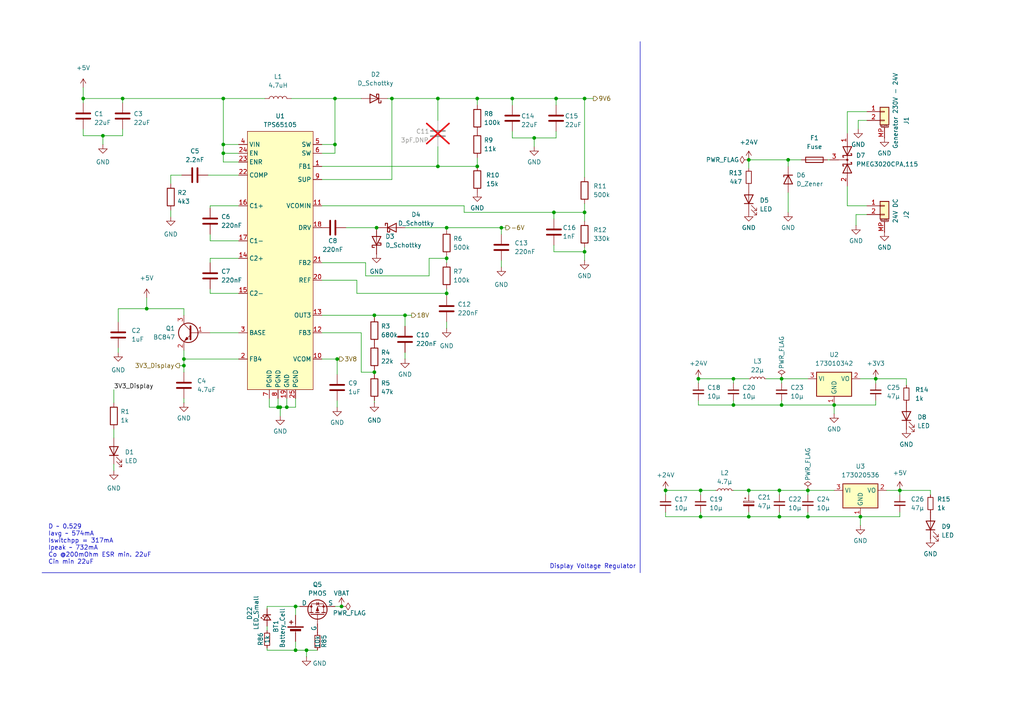
<source format=kicad_sch>
(kicad_sch
	(version 20250114)
	(generator "eeschema")
	(generator_version "9.0")
	(uuid "2e0788da-83c1-4cf9-982c-6e9feead5c48")
	(paper "A4")
	
	(text "Display Voltage Regulator"
		(exclude_from_sim no)
		(at 159.385 165.1 0)
		(effects
			(font
				(size 1.27 1.27)
			)
			(justify left bottom)
		)
		(uuid "1f474138-6b54-4b9f-883a-725cd7720b17")
	)
	(text "D ~ 0.529\nIavg ~ 574mA\nIswitchpp = 317mA\nIpeak ~ 732mA\nCo @200mOhm ESR min. 22uF\nCin min 22uF"
		(exclude_from_sim no)
		(at 13.97 163.83 0)
		(effects
			(font
				(size 1.27 1.27)
			)
			(justify left bottom)
		)
		(uuid "33680474-88a3-4d9f-8dec-4a0171750541")
	)
	(junction
		(at 241.935 117.475)
		(diameter 0)
		(color 0 0 0 0)
		(uuid "04a24c58-7e9b-45c6-a81c-e6bd761e890c")
	)
	(junction
		(at 217.17 142.24)
		(diameter 0)
		(color 0 0 0 0)
		(uuid "06c0f182-3f01-4df1-8a91-76bc1a17447c")
	)
	(junction
		(at 226.06 149.86)
		(diameter 0)
		(color 0 0 0 0)
		(uuid "0e4f6690-f270-44bf-b823-20877548d9de")
	)
	(junction
		(at 169.545 73.025)
		(diameter 0)
		(color 0 0 0 0)
		(uuid "0eef11e6-76b0-4b3f-aa84-20f8c99ba4f2")
	)
	(junction
		(at 145.415 66.04)
		(diameter 0)
		(color 0 0 0 0)
		(uuid "111fa979-1c07-45e3-bde0-f5f2517309ef")
	)
	(junction
		(at 234.315 142.24)
		(diameter 0)
		(color 0 0 0 0)
		(uuid "1189832d-f541-4182-85cf-76441db3bde5")
	)
	(junction
		(at 127 28.575)
		(diameter 0)
		(color 0 0 0 0)
		(uuid "15fdf0a2-c1f2-4716-99a1-825076671288")
	)
	(junction
		(at 117.475 91.44)
		(diameter 0)
		(color 0 0 0 0)
		(uuid "1aff85bd-376b-4c3c-a19e-28410c588aa7")
	)
	(junction
		(at 108.585 107.95)
		(diameter 0)
		(color 0 0 0 0)
		(uuid "1b72607b-c177-45f5-ac9f-ed7fa7a64fb1")
	)
	(junction
		(at 85.725 188.595)
		(diameter 0)
		(color 0 0 0 0)
		(uuid "20c6504d-400e-4eff-a489-d6909af33f6c")
	)
	(junction
		(at 203.2 142.24)
		(diameter 0)
		(color 0 0 0 0)
		(uuid "2ab8ada9-cf74-4f1d-a11c-ea239d5d2220")
	)
	(junction
		(at 217.17 46.355)
		(diameter 0)
		(color 0 0 0 0)
		(uuid "2d680fee-d381-4b13-af58-d69b1bf4bdaf")
	)
	(junction
		(at 226.695 109.855)
		(diameter 0)
		(color 0 0 0 0)
		(uuid "328351f1-a0f5-490e-9fe1-872dcb80d8e1")
	)
	(junction
		(at 169.545 28.575)
		(diameter 0)
		(color 0 0 0 0)
		(uuid "344e26dd-0ad0-428f-9526-295351b37e18")
	)
	(junction
		(at 138.43 28.575)
		(diameter 0)
		(color 0 0 0 0)
		(uuid "38c66eb7-fe12-4132-87a9-9f307a3d4eb9")
	)
	(junction
		(at 81.28 118.11)
		(diameter 0)
		(color 0 0 0 0)
		(uuid "3ae57a23-66e5-4f6a-9822-261b4ca414ba")
	)
	(junction
		(at 85.725 175.895)
		(diameter 0)
		(color 0 0 0 0)
		(uuid "43936ff4-b96c-4a8d-b5ce-a1db0e878645")
	)
	(junction
		(at 254 109.855)
		(diameter 0)
		(color 0 0 0 0)
		(uuid "4511e233-f111-4b3a-b25b-163e7713798c")
	)
	(junction
		(at 193.04 142.24)
		(diameter 0)
		(color 0 0 0 0)
		(uuid "4bc96748-d6a3-4db2-a6e8-1cc644e5753e")
	)
	(junction
		(at 53.34 104.14)
		(diameter 0)
		(color 0 0 0 0)
		(uuid "4c879827-91e5-4a71-a78c-ba2af39ff8cc")
	)
	(junction
		(at 169.545 61.595)
		(diameter 0)
		(color 0 0 0 0)
		(uuid "54c3dcc4-cce7-4bb6-a629-c4ac709b2919")
	)
	(junction
		(at 234.315 149.86)
		(diameter 0)
		(color 0 0 0 0)
		(uuid "5503c86b-1be4-41d6-9f38-9ec79f8809d0")
	)
	(junction
		(at 113.665 28.575)
		(diameter 0)
		(color 0 0 0 0)
		(uuid "55237c9f-e430-4b71-8e84-61e5fd99e243")
	)
	(junction
		(at 148.59 28.575)
		(diameter 0)
		(color 0 0 0 0)
		(uuid "59a705da-471f-4f1e-bffe-9c85045b320e")
	)
	(junction
		(at 226.06 142.24)
		(diameter 0)
		(color 0 0 0 0)
		(uuid "5a4015f9-032d-4d3d-913c-ef451306a780")
	)
	(junction
		(at 129.54 66.04)
		(diameter 0)
		(color 0 0 0 0)
		(uuid "5a704d20-2eda-4d66-87a0-8bb00c328bcf")
	)
	(junction
		(at 97.155 28.575)
		(diameter 0)
		(color 0 0 0 0)
		(uuid "5b385b3a-0445-40da-869e-baa34c1ab9d3")
	)
	(junction
		(at 127 48.26)
		(diameter 0)
		(color 0 0 0 0)
		(uuid "5e3c3066-33ae-44aa-90ca-be14e326d06b")
	)
	(junction
		(at 212.725 109.855)
		(diameter 0)
		(color 0 0 0 0)
		(uuid "5fa5e9ea-85ff-4890-b60a-2622461a3342")
	)
	(junction
		(at 226.695 117.475)
		(diameter 0)
		(color 0 0 0 0)
		(uuid "5fa7211d-a933-4aea-bde3-164e64fe3f63")
	)
	(junction
		(at 88.9 188.595)
		(diameter 0)
		(color 0 0 0 0)
		(uuid "617de996-ff36-45ac-8fdb-8c86628df6d3")
	)
	(junction
		(at 212.725 117.475)
		(diameter 0)
		(color 0 0 0 0)
		(uuid "6a04c048-f0f1-48b0-bc1c-71429688fed0")
	)
	(junction
		(at 129.54 85.09)
		(diameter 0)
		(color 0 0 0 0)
		(uuid "7211e033-306c-4f5c-8969-3e6e32dd97c7")
	)
	(junction
		(at 154.94 40.005)
		(diameter 0)
		(color 0 0 0 0)
		(uuid "73010a7a-7a9a-46d9-83be-b5b73168b613")
	)
	(junction
		(at 97.155 41.91)
		(diameter 0)
		(color 0 0 0 0)
		(uuid "7402a9dc-42d2-48a3-b1d2-a3f8321a5335")
	)
	(junction
		(at 99.06 175.895)
		(diameter 0)
		(color 0 0 0 0)
		(uuid "7ca129e8-eb3d-4075-88d0-c7d563c0e619")
	)
	(junction
		(at 260.985 142.24)
		(diameter 0)
		(color 0 0 0 0)
		(uuid "852155d9-75fa-4971-882f-601461e6471e")
	)
	(junction
		(at 53.34 106.045)
		(diameter 0)
		(color 0 0 0 0)
		(uuid "880cbe12-459f-4608-8eb4-4562e51e675d")
	)
	(junction
		(at 109.22 66.04)
		(diameter 0)
		(color 0 0 0 0)
		(uuid "8a4a63e0-e849-40f9-91ee-96af092e47fd")
	)
	(junction
		(at 217.17 149.86)
		(diameter 0)
		(color 0 0 0 0)
		(uuid "8b98e2fb-4d6d-4946-a73a-5b44141d0f81")
	)
	(junction
		(at 64.77 41.91)
		(diameter 0)
		(color 0 0 0 0)
		(uuid "8bd06123-3b1f-4075-822e-b7d3ffc7ad6e")
	)
	(junction
		(at 108.585 91.44)
		(diameter 0)
		(color 0 0 0 0)
		(uuid "98259442-0017-4839-bdf1-ccc12bd3d4f7")
	)
	(junction
		(at 24.13 28.575)
		(diameter 0)
		(color 0 0 0 0)
		(uuid "9f6413a3-f858-4400-99b1-ddc817355d01")
	)
	(junction
		(at 228.6 46.355)
		(diameter 0)
		(color 0 0 0 0)
		(uuid "a8f9191a-be3c-46ee-88e1-87ee98882e18")
	)
	(junction
		(at 129.54 74.93)
		(diameter 0)
		(color 0 0 0 0)
		(uuid "ac6cee30-b003-4257-a4d2-6306d34acee1")
	)
	(junction
		(at 35.56 28.575)
		(diameter 0)
		(color 0 0 0 0)
		(uuid "acd4fa46-8ba8-4b24-9066-b22d8cf3695d")
	)
	(junction
		(at 29.845 39.37)
		(diameter 0)
		(color 0 0 0 0)
		(uuid "ad197f75-bdb0-4b36-aa2e-000b73036df8")
	)
	(junction
		(at 203.2 149.86)
		(diameter 0)
		(color 0 0 0 0)
		(uuid "bb8147b5-df2f-4f1f-b47e-d53b75aaa380")
	)
	(junction
		(at 249.555 149.86)
		(diameter 0)
		(color 0 0 0 0)
		(uuid "bde9bff5-32a4-42ae-899d-568ddf240b6b")
	)
	(junction
		(at 64.77 44.45)
		(diameter 0)
		(color 0 0 0 0)
		(uuid "c1c24b44-9fed-402f-8691-27fc96c5a404")
	)
	(junction
		(at 97.79 104.14)
		(diameter 0)
		(color 0 0 0 0)
		(uuid "d3af76d2-6f6b-4958-8007-465843bcff28")
	)
	(junction
		(at 42.545 89.535)
		(diameter 0)
		(color 0 0 0 0)
		(uuid "e12a7a30-2a13-4e59-a86b-14e9581d754f")
	)
	(junction
		(at 138.43 48.26)
		(diameter 0)
		(color 0 0 0 0)
		(uuid "e164d6d7-daed-4ba2-a4fa-8829f5fa4bf1")
	)
	(junction
		(at 64.77 28.575)
		(diameter 0)
		(color 0 0 0 0)
		(uuid "e2e0303f-2626-44a8-827b-a48f153b57b1")
	)
	(junction
		(at 202.565 109.855)
		(diameter 0)
		(color 0 0 0 0)
		(uuid "ea330dce-f339-4a47-abfa-3285e15e9c53")
	)
	(junction
		(at 83.185 118.11)
		(diameter 0)
		(color 0 0 0 0)
		(uuid "eabb1f12-056b-4086-8108-3847910fb0d1")
	)
	(junction
		(at 160.655 61.595)
		(diameter 0)
		(color 0 0 0 0)
		(uuid "eb201b61-3b4a-4eed-b18a-c997c19d7db8")
	)
	(junction
		(at 80.645 118.11)
		(diameter 0)
		(color 0 0 0 0)
		(uuid "eb96f160-0639-40eb-a4cf-f184fd8acebd")
	)
	(junction
		(at 161.29 28.575)
		(diameter 0)
		(color 0 0 0 0)
		(uuid "eecf3a55-a51b-4037-bc03-6c24e0b5c442")
	)
	(wire
		(pts
			(xy 108.585 116.84) (xy 108.585 116.205)
		)
		(stroke
			(width 0)
			(type default)
		)
		(uuid "00823f29-0ed6-4b92-afdd-b2458f8bb606")
	)
	(wire
		(pts
			(xy 245.745 59.69) (xy 245.745 53.975)
		)
		(stroke
			(width 0)
			(type default)
		)
		(uuid "01d5c222-f50c-448c-ab1c-ce44f0e6fca5")
	)
	(wire
		(pts
			(xy 53.34 106.045) (xy 53.34 107.95)
		)
		(stroke
			(width 0)
			(type default)
		)
		(uuid "0799669d-565f-4907-8ed6-4e84a36a826f")
	)
	(wire
		(pts
			(xy 129.54 85.09) (xy 129.54 85.725)
		)
		(stroke
			(width 0)
			(type default)
		)
		(uuid "07ec2872-4565-4fd8-959e-8f2af70ca30b")
	)
	(wire
		(pts
			(xy 49.53 60.96) (xy 49.53 62.865)
		)
		(stroke
			(width 0)
			(type default)
		)
		(uuid "080956e7-576e-44ee-9c9c-360358df7091")
	)
	(wire
		(pts
			(xy 117.475 66.04) (xy 129.54 66.04)
		)
		(stroke
			(width 0)
			(type default)
		)
		(uuid "0a825527-7b27-4b9a-a7f6-00a4872c8489")
	)
	(wire
		(pts
			(xy 103.505 81.28) (xy 103.505 85.09)
		)
		(stroke
			(width 0)
			(type default)
		)
		(uuid "0a831453-75b6-47ab-904c-b600c87ef6b9")
	)
	(wire
		(pts
			(xy 64.77 46.99) (xy 64.77 44.45)
		)
		(stroke
			(width 0)
			(type default)
		)
		(uuid "0ac840e0-b447-402f-b2e4-f37f6065362a")
	)
	(wire
		(pts
			(xy 108.585 91.44) (xy 108.585 92.075)
		)
		(stroke
			(width 0)
			(type default)
		)
		(uuid "0b2e23e4-beac-4bd1-be47-6b52b832fb7c")
	)
	(wire
		(pts
			(xy 145.415 66.04) (xy 146.685 66.04)
		)
		(stroke
			(width 0)
			(type default)
		)
		(uuid "0e047021-d1ef-4727-9754-e9dc1692b3ca")
	)
	(wire
		(pts
			(xy 245.745 32.385) (xy 251.46 32.385)
		)
		(stroke
			(width 0)
			(type default)
		)
		(uuid "0f6fedef-d831-419e-8095-bd13e46f06de")
	)
	(wire
		(pts
			(xy 202.565 109.855) (xy 202.565 111.125)
		)
		(stroke
			(width 0)
			(type default)
		)
		(uuid "0fc213a9-8817-48cf-8836-66336aa93cfa")
	)
	(wire
		(pts
			(xy 93.345 91.44) (xy 108.585 91.44)
		)
		(stroke
			(width 0)
			(type default)
		)
		(uuid "163b8def-cacd-4a76-822e-3fb9e29d98bf")
	)
	(wire
		(pts
			(xy 76.835 28.575) (xy 64.77 28.575)
		)
		(stroke
			(width 0)
			(type default)
		)
		(uuid "17ac2bd9-85ec-48d8-b4ea-5c8f921070e6")
	)
	(wire
		(pts
			(xy 33.02 134.62) (xy 33.02 136.525)
		)
		(stroke
			(width 0)
			(type default)
		)
		(uuid "1964f7d3-f983-4af4-9501-c4191a058a6e")
	)
	(wire
		(pts
			(xy 260.985 148.59) (xy 260.985 149.86)
		)
		(stroke
			(width 0)
			(type default)
		)
		(uuid "1b51f0eb-7bb4-40fd-8a18-b2b7c8dece5a")
	)
	(wire
		(pts
			(xy 129.54 66.04) (xy 145.415 66.04)
		)
		(stroke
			(width 0)
			(type default)
		)
		(uuid "1c0e80f2-a924-48f1-b1a4-5e4b60c86556")
	)
	(wire
		(pts
			(xy 202.565 109.855) (xy 212.725 109.855)
		)
		(stroke
			(width 0)
			(type default)
		)
		(uuid "1d87bcf4-7b10-4fa6-b5d8-4a243a3dec00")
	)
	(wire
		(pts
			(xy 260.985 149.86) (xy 249.555 149.86)
		)
		(stroke
			(width 0)
			(type default)
		)
		(uuid "1eae38f9-6fb6-4b12-919c-8df80453afaa")
	)
	(wire
		(pts
			(xy 97.155 44.45) (xy 97.155 41.91)
		)
		(stroke
			(width 0)
			(type default)
		)
		(uuid "1f385b83-cc47-4a50-b4f9-6e8bb1cc4ede")
	)
	(wire
		(pts
			(xy 80.645 115.57) (xy 80.645 118.11)
		)
		(stroke
			(width 0)
			(type default)
		)
		(uuid "221dba15-c87b-4d35-8df1-58681aea5818")
	)
	(wire
		(pts
			(xy 53.34 101.6) (xy 53.34 104.14)
		)
		(stroke
			(width 0)
			(type default)
		)
		(uuid "22da2ddb-ad12-4205-b387-df7f05c0291f")
	)
	(wire
		(pts
			(xy 83.185 118.11) (xy 85.725 118.11)
		)
		(stroke
			(width 0)
			(type default)
		)
		(uuid "23471649-e877-40d3-94d4-eef45059f441")
	)
	(wire
		(pts
			(xy 127 48.26) (xy 138.43 48.26)
		)
		(stroke
			(width 0)
			(type default)
		)
		(uuid "23aaa91e-ce39-4097-bb81-338f8cae24de")
	)
	(wire
		(pts
			(xy 60.96 59.69) (xy 69.215 59.69)
		)
		(stroke
			(width 0)
			(type default)
		)
		(uuid "24c96bfc-e05f-4742-ab89-580e45bdb5bc")
	)
	(wire
		(pts
			(xy 127 42.545) (xy 127 48.26)
		)
		(stroke
			(width 0)
			(type default)
		)
		(uuid "25928ed3-3d8c-4e5f-aa6c-ff9793b22490")
	)
	(wire
		(pts
			(xy 160.655 63.5) (xy 160.655 61.595)
		)
		(stroke
			(width 0)
			(type default)
		)
		(uuid "27933751-b7f1-48c0-9df9-818b6dfc358c")
	)
	(wire
		(pts
			(xy 77.47 182.88) (xy 77.47 181.61)
		)
		(stroke
			(width 0)
			(type default)
		)
		(uuid "27d56523-9cc2-4fdf-8ba4-4ccc85f8ac25")
	)
	(wire
		(pts
			(xy 226.695 117.475) (xy 241.935 117.475)
		)
		(stroke
			(width 0)
			(type default)
		)
		(uuid "27fdb692-1032-457e-a1eb-5217ad52ed2d")
	)
	(wire
		(pts
			(xy 93.345 66.04) (xy 92.71 66.04)
		)
		(stroke
			(width 0)
			(type default)
		)
		(uuid "2aee96eb-356d-44d9-bb29-b019a73320a5")
	)
	(wire
		(pts
			(xy 217.17 46.355) (xy 228.6 46.355)
		)
		(stroke
			(width 0)
			(type default)
		)
		(uuid "2b7b12dd-87cc-4177-b7c0-9d9cf43eb25a")
	)
	(wire
		(pts
			(xy 240.03 46.355) (xy 240.665 46.355)
		)
		(stroke
			(width 0)
			(type default)
		)
		(uuid "2b7b1b16-893c-42b7-9194-df9878f072fc")
	)
	(wire
		(pts
			(xy 249.555 109.855) (xy 254 109.855)
		)
		(stroke
			(width 0)
			(type default)
		)
		(uuid "2c5e1399-a2da-45ff-9723-90f773008009")
	)
	(wire
		(pts
			(xy 134.62 59.69) (xy 134.62 61.595)
		)
		(stroke
			(width 0)
			(type default)
		)
		(uuid "300ab485-da27-45a6-a497-e273fd765e8c")
	)
	(wire
		(pts
			(xy 254 109.855) (xy 254 111.125)
		)
		(stroke
			(width 0)
			(type default)
		)
		(uuid "302dd4f2-4a33-462d-8779-06c1161c641e")
	)
	(wire
		(pts
			(xy 202.565 117.475) (xy 212.725 117.475)
		)
		(stroke
			(width 0)
			(type default)
		)
		(uuid "332369f9-b2c1-4afc-8575-ba8f738f7f55")
	)
	(wire
		(pts
			(xy 193.04 142.24) (xy 193.04 143.51)
		)
		(stroke
			(width 0)
			(type default)
		)
		(uuid "3356ecf4-e784-4cfb-92ad-862b46ff013b")
	)
	(wire
		(pts
			(xy 212.725 109.855) (xy 217.17 109.855)
		)
		(stroke
			(width 0)
			(type default)
		)
		(uuid "3614b7ff-5afc-4028-9773-3f0c7087bc24")
	)
	(wire
		(pts
			(xy 169.545 59.055) (xy 169.545 61.595)
		)
		(stroke
			(width 0)
			(type default)
		)
		(uuid "37617cd5-34d5-4cb1-bc81-6451281932c5")
	)
	(wire
		(pts
			(xy 160.655 73.025) (xy 160.655 71.12)
		)
		(stroke
			(width 0)
			(type default)
		)
		(uuid "38d260f8-76f5-44dd-9720-2a213e915413")
	)
	(wire
		(pts
			(xy 88.9 188.595) (xy 92.075 188.595)
		)
		(stroke
			(width 0)
			(type default)
		)
		(uuid "39b8ac3e-6124-4f47-ba62-890e20a27dde")
	)
	(wire
		(pts
			(xy 169.545 73.025) (xy 169.545 75.565)
		)
		(stroke
			(width 0)
			(type default)
		)
		(uuid "3c5f13ae-ad87-44f8-b10b-2a06880895da")
	)
	(wire
		(pts
			(xy 85.725 188.595) (xy 88.9 188.595)
		)
		(stroke
			(width 0)
			(type default)
		)
		(uuid "3cf211f2-f4d5-47f7-9bb3-78777d351606")
	)
	(wire
		(pts
			(xy 53.34 115.57) (xy 53.34 116.84)
		)
		(stroke
			(width 0)
			(type default)
		)
		(uuid "3e5771b7-425e-4cea-8f07-1611dbbbc8c1")
	)
	(wire
		(pts
			(xy 124.46 74.93) (xy 129.54 74.93)
		)
		(stroke
			(width 0)
			(type default)
		)
		(uuid "3ed12c7c-34f2-4e62-a8b5-51abf30d6efa")
	)
	(wire
		(pts
			(xy 81.28 118.11) (xy 83.185 118.11)
		)
		(stroke
			(width 0)
			(type default)
		)
		(uuid "3fa49fd2-5e38-4518-bcaf-7808cb6d4aed")
	)
	(wire
		(pts
			(xy 93.345 81.28) (xy 103.505 81.28)
		)
		(stroke
			(width 0)
			(type default)
		)
		(uuid "3ffad75b-d711-4886-b77c-cec67b83eda9")
	)
	(wire
		(pts
			(xy 145.415 66.04) (xy 145.415 67.945)
		)
		(stroke
			(width 0)
			(type default)
		)
		(uuid "428491b2-7a74-46cd-bdd8-2c392c94f34c")
	)
	(wire
		(pts
			(xy 228.6 46.355) (xy 232.41 46.355)
		)
		(stroke
			(width 0)
			(type default)
		)
		(uuid "430961fa-1aac-430d-a834-ca67c6fab174")
	)
	(wire
		(pts
			(xy 234.315 149.86) (xy 249.555 149.86)
		)
		(stroke
			(width 0)
			(type default)
		)
		(uuid "44ac89d5-fab8-4881-932b-38f36f429c6a")
	)
	(wire
		(pts
			(xy 24.13 37.465) (xy 24.13 39.37)
		)
		(stroke
			(width 0)
			(type default)
		)
		(uuid "4503344e-d636-487f-aa1d-09061e794e89")
	)
	(wire
		(pts
			(xy 35.56 29.845) (xy 35.56 28.575)
		)
		(stroke
			(width 0)
			(type default)
		)
		(uuid "45f9194a-fefb-4742-9660-7fe8e4d30a8d")
	)
	(wire
		(pts
			(xy 222.25 109.855) (xy 226.695 109.855)
		)
		(stroke
			(width 0)
			(type default)
		)
		(uuid "480bee3c-39e6-407a-89ac-1313197ace6a")
	)
	(wire
		(pts
			(xy 228.6 55.88) (xy 228.6 61.595)
		)
		(stroke
			(width 0)
			(type default)
		)
		(uuid "4a7cbbdd-5cf8-47cb-b2f7-c1bae73c379c")
	)
	(wire
		(pts
			(xy 53.34 104.14) (xy 53.34 106.045)
		)
		(stroke
			(width 0)
			(type default)
		)
		(uuid "4a9bf28b-3854-4f5d-86aa-f17baa6a09f9")
	)
	(wire
		(pts
			(xy 160.655 61.595) (xy 169.545 61.595)
		)
		(stroke
			(width 0)
			(type default)
		)
		(uuid "4adf77c0-8891-473c-b37b-e31840999359")
	)
	(wire
		(pts
			(xy 93.345 52.07) (xy 113.665 52.07)
		)
		(stroke
			(width 0)
			(type default)
		)
		(uuid "4c41f729-a7aa-477e-a842-37838a2b18f0")
	)
	(wire
		(pts
			(xy 97.79 116.205) (xy 97.79 118.11)
		)
		(stroke
			(width 0)
			(type default)
		)
		(uuid "4d35691e-4f3d-41e8-9a99-c92c22cf42d0")
	)
	(wire
		(pts
			(xy 129.54 74.93) (xy 129.54 76.2)
		)
		(stroke
			(width 0)
			(type default)
		)
		(uuid "4e1213c0-0844-4472-8738-ede19ad5a24e")
	)
	(wire
		(pts
			(xy 24.13 29.845) (xy 24.13 28.575)
		)
		(stroke
			(width 0)
			(type default)
		)
		(uuid "4e66fede-4bd0-4b9c-aa91-1d39619d61f3")
	)
	(wire
		(pts
			(xy 138.43 28.575) (xy 138.43 30.48)
		)
		(stroke
			(width 0)
			(type default)
		)
		(uuid "4e9a23db-c1ec-4e36-98bc-5688e1210cd2")
	)
	(wire
		(pts
			(xy 97.79 104.14) (xy 98.425 104.14)
		)
		(stroke
			(width 0)
			(type default)
		)
		(uuid "5042ffc9-f488-4bd7-bd38-fe064d044d8e")
	)
	(wire
		(pts
			(xy 42.545 86.36) (xy 42.545 89.535)
		)
		(stroke
			(width 0)
			(type default)
		)
		(uuid "51649ea1-af40-4422-810d-cdd7e45b347c")
	)
	(wire
		(pts
			(xy 97.155 175.895) (xy 99.06 175.895)
		)
		(stroke
			(width 0)
			(type default)
		)
		(uuid "53698d79-18f6-479d-8a5a-164d3c4c084d")
	)
	(wire
		(pts
			(xy 60.96 96.52) (xy 69.215 96.52)
		)
		(stroke
			(width 0)
			(type default)
		)
		(uuid "54264b9f-8dba-4eb3-9bf5-e99612feb0a4")
	)
	(wire
		(pts
			(xy 83.185 115.57) (xy 83.185 118.11)
		)
		(stroke
			(width 0)
			(type default)
		)
		(uuid "55e01c7c-916c-475f-be83-ee46860b0f12")
	)
	(wire
		(pts
			(xy 85.725 175.895) (xy 86.995 175.895)
		)
		(stroke
			(width 0)
			(type default)
		)
		(uuid "589ef9bb-044d-4921-b68f-8976557c9f44")
	)
	(wire
		(pts
			(xy 249.555 149.86) (xy 249.555 152.4)
		)
		(stroke
			(width 0)
			(type default)
		)
		(uuid "59e0d06b-cd48-45c4-a673-afeae9475e71")
	)
	(wire
		(pts
			(xy 226.695 109.855) (xy 234.315 109.855)
		)
		(stroke
			(width 0)
			(type default)
		)
		(uuid "5a092afa-26ce-4acf-9da0-d2d8700de100")
	)
	(wire
		(pts
			(xy 212.725 142.24) (xy 217.17 142.24)
		)
		(stroke
			(width 0)
			(type default)
		)
		(uuid "5ac9dccd-b877-4c45-9b87-2745bb154a56")
	)
	(wire
		(pts
			(xy 77.47 187.96) (xy 77.47 188.595)
		)
		(stroke
			(width 0)
			(type default)
		)
		(uuid "5b63b692-fa0f-4806-8867-ac320db62bc8")
	)
	(wire
		(pts
			(xy 234.315 142.24) (xy 234.315 143.51)
		)
		(stroke
			(width 0)
			(type default)
		)
		(uuid "5ea3e315-df2f-48a8-96ed-2eaa15b323b6")
	)
	(wire
		(pts
			(xy 60.325 50.8) (xy 69.215 50.8)
		)
		(stroke
			(width 0)
			(type default)
		)
		(uuid "617ebabc-9728-49d9-9e00-efeb649c11f6")
	)
	(wire
		(pts
			(xy 77.47 175.895) (xy 85.725 175.895)
		)
		(stroke
			(width 0)
			(type default)
		)
		(uuid "64e33007-1f91-4727-b2da-f7f185fcf927")
	)
	(wire
		(pts
			(xy 77.47 176.53) (xy 77.47 175.895)
		)
		(stroke
			(width 0)
			(type default)
		)
		(uuid "66623c41-9249-4d0f-a773-aef151785949")
	)
	(wire
		(pts
			(xy 234.315 148.59) (xy 234.315 149.86)
		)
		(stroke
			(width 0)
			(type default)
		)
		(uuid "667d36d3-48b8-4b44-b1fa-ee04e1f5c87d")
	)
	(wire
		(pts
			(xy 60.96 74.93) (xy 69.215 74.93)
		)
		(stroke
			(width 0)
			(type default)
		)
		(uuid "66b80e20-c5b1-452c-9103-9af133e4d706")
	)
	(wire
		(pts
			(xy 108.585 107.95) (xy 104.775 107.95)
		)
		(stroke
			(width 0)
			(type default)
		)
		(uuid "67b76565-5e98-4729-99f3-4273774598b5")
	)
	(wire
		(pts
			(xy 49.53 50.8) (xy 49.53 53.34)
		)
		(stroke
			(width 0)
			(type default)
		)
		(uuid "68479ddf-a13d-466d-a3dd-c310eda8a653")
	)
	(wire
		(pts
			(xy 148.59 38.1) (xy 148.59 40.005)
		)
		(stroke
			(width 0)
			(type default)
		)
		(uuid "6c2b85b8-c251-4011-a20c-e9d26d6c48a3")
	)
	(wire
		(pts
			(xy 60.96 60.325) (xy 60.96 59.69)
		)
		(stroke
			(width 0)
			(type default)
		)
		(uuid "6dbbb99c-db6b-4ccc-b564-a41e646c330c")
	)
	(wire
		(pts
			(xy 69.215 41.91) (xy 64.77 41.91)
		)
		(stroke
			(width 0)
			(type default)
		)
		(uuid "6e623211-e1cd-4bb0-8c65-12b92a48f710")
	)
	(wire
		(pts
			(xy 93.345 44.45) (xy 97.155 44.45)
		)
		(stroke
			(width 0)
			(type default)
		)
		(uuid "701e3aab-ec5b-4755-bb01-b828558ba117")
	)
	(wire
		(pts
			(xy 212.725 116.205) (xy 212.725 117.475)
		)
		(stroke
			(width 0)
			(type default)
		)
		(uuid "70876b54-5088-4016-b2c6-b9cdcb757352")
	)
	(wire
		(pts
			(xy 226.695 109.855) (xy 226.695 111.125)
		)
		(stroke
			(width 0)
			(type default)
		)
		(uuid "712cf10d-3255-4a39-896b-4c3e9382c6bb")
	)
	(wire
		(pts
			(xy 64.77 41.91) (xy 64.77 44.45)
		)
		(stroke
			(width 0)
			(type default)
		)
		(uuid "73f9ed79-636c-4d16-b0ba-9b534cedcbd4")
	)
	(wire
		(pts
			(xy 113.665 52.07) (xy 113.665 28.575)
		)
		(stroke
			(width 0)
			(type default)
		)
		(uuid "75501156-2b60-4ebc-abfc-4b7c0bc99d2c")
	)
	(wire
		(pts
			(xy 97.79 104.14) (xy 93.345 104.14)
		)
		(stroke
			(width 0)
			(type default)
		)
		(uuid "773e3727-396a-430f-829a-1968126d4e63")
	)
	(wire
		(pts
			(xy 161.29 28.575) (xy 161.29 30.48)
		)
		(stroke
			(width 0)
			(type default)
		)
		(uuid "77434a9a-e97c-4f9b-8efa-a7dc56aa4462")
	)
	(wire
		(pts
			(xy 226.06 142.24) (xy 234.315 142.24)
		)
		(stroke
			(width 0)
			(type default)
		)
		(uuid "77962264-d713-4ddf-a55d-58dc53a2553c")
	)
	(wire
		(pts
			(xy 241.935 117.475) (xy 241.935 120.015)
		)
		(stroke
			(width 0)
			(type default)
		)
		(uuid "79e771bd-867c-48d0-9c84-c44a0cc2997a")
	)
	(wire
		(pts
			(xy 254 109.855) (xy 262.89 109.855)
		)
		(stroke
			(width 0)
			(type default)
		)
		(uuid "7a646faa-1ba2-40e9-96eb-e68d5e555bc5")
	)
	(wire
		(pts
			(xy 60.96 85.09) (xy 60.96 83.82)
		)
		(stroke
			(width 0)
			(type default)
		)
		(uuid "7a908a54-37ff-4256-af3c-d37a3211a15b")
	)
	(wire
		(pts
			(xy 148.59 28.575) (xy 148.59 30.48)
		)
		(stroke
			(width 0)
			(type default)
		)
		(uuid "7cbe0ff7-148d-4655-918d-3fd6cb63e2aa")
	)
	(wire
		(pts
			(xy 226.06 149.86) (xy 234.315 149.86)
		)
		(stroke
			(width 0)
			(type default)
		)
		(uuid "7cd4b97d-4582-43af-aca8-950338b402d8")
	)
	(wire
		(pts
			(xy 260.985 142.24) (xy 260.985 143.51)
		)
		(stroke
			(width 0)
			(type default)
		)
		(uuid "7d05d595-c664-446c-899f-b00e20cb5d7c")
	)
	(wire
		(pts
			(xy 24.13 28.575) (xy 35.56 28.575)
		)
		(stroke
			(width 0)
			(type default)
		)
		(uuid "822293f7-6596-4b27-8151-6d886cf56857")
	)
	(wire
		(pts
			(xy 69.215 85.09) (xy 60.96 85.09)
		)
		(stroke
			(width 0)
			(type default)
		)
		(uuid "86f78524-9a71-4576-a34f-c214cf02f681")
	)
	(wire
		(pts
			(xy 251.46 59.69) (xy 245.745 59.69)
		)
		(stroke
			(width 0)
			(type default)
		)
		(uuid "87012fd7-8a04-4de3-b126-2893f3235d87")
	)
	(wire
		(pts
			(xy 161.29 40.005) (xy 161.29 38.1)
		)
		(stroke
			(width 0)
			(type default)
		)
		(uuid "873732d0-bc89-4cd2-80b5-b67e8ac37788")
	)
	(wire
		(pts
			(xy 97.79 108.585) (xy 97.79 104.14)
		)
		(stroke
			(width 0)
			(type default)
		)
		(uuid "8798140f-a61d-4399-a02f-340a61efc57d")
	)
	(wire
		(pts
			(xy 129.54 74.295) (xy 129.54 74.93)
		)
		(stroke
			(width 0)
			(type default)
		)
		(uuid "88f13fe5-ddc3-4a21-b5bb-3f329bf29ec0")
	)
	(wire
		(pts
			(xy 169.545 61.595) (xy 169.545 64.135)
		)
		(stroke
			(width 0)
			(type default)
		)
		(uuid "897704ad-d967-4d2d-8238-9398ddfd04e8")
	)
	(wire
		(pts
			(xy 129.54 93.345) (xy 129.54 95.25)
		)
		(stroke
			(width 0)
			(type default)
		)
		(uuid "89de10db-0bda-4bc4-9a11-7f45b3fef9be")
	)
	(wire
		(pts
			(xy 217.17 149.86) (xy 226.06 149.86)
		)
		(stroke
			(width 0)
			(type default)
		)
		(uuid "8a27771f-2b91-4f3b-9898-b82752fb21fc")
	)
	(wire
		(pts
			(xy 69.215 69.85) (xy 60.96 69.85)
		)
		(stroke
			(width 0)
			(type default)
		)
		(uuid "8a8dc90e-ea11-473f-9e5a-ccd56726e7dd")
	)
	(wire
		(pts
			(xy 69.215 46.99) (xy 64.77 46.99)
		)
		(stroke
			(width 0)
			(type default)
		)
		(uuid "8acd4fdb-7a63-49b9-921f-6a3c041e95ba")
	)
	(wire
		(pts
			(xy 269.875 143.51) (xy 269.875 142.24)
		)
		(stroke
			(width 0)
			(type default)
		)
		(uuid "8cc7a730-cb1f-4afb-b5f0-1c9155a349c3")
	)
	(wire
		(pts
			(xy 78.105 118.11) (xy 78.105 115.57)
		)
		(stroke
			(width 0)
			(type default)
		)
		(uuid "8d1114c9-b33d-4f1b-8db3-570129fb19cf")
	)
	(wire
		(pts
			(xy 34.29 100.965) (xy 34.29 102.235)
		)
		(stroke
			(width 0)
			(type default)
		)
		(uuid "8d604371-f602-4f10-8f7d-d7976b912214")
	)
	(wire
		(pts
			(xy 169.545 28.575) (xy 172.085 28.575)
		)
		(stroke
			(width 0)
			(type default)
		)
		(uuid "8df34f58-b9bf-4d62-a0cb-39cfca58113f")
	)
	(wire
		(pts
			(xy 85.725 118.11) (xy 85.725 115.57)
		)
		(stroke
			(width 0)
			(type default)
		)
		(uuid "8e4e0ab3-c78b-4d6b-83be-d326c20004d9")
	)
	(wire
		(pts
			(xy 84.455 28.575) (xy 97.155 28.575)
		)
		(stroke
			(width 0)
			(type default)
		)
		(uuid "8f7a9dab-1d18-4219-bf90-07989e70b3dd")
	)
	(wire
		(pts
			(xy 29.845 41.91) (xy 29.845 39.37)
		)
		(stroke
			(width 0)
			(type default)
		)
		(uuid "8f94857f-a4c9-4bf8-9272-ba853141078a")
	)
	(wire
		(pts
			(xy 52.07 106.045) (xy 53.34 106.045)
		)
		(stroke
			(width 0)
			(type default)
		)
		(uuid "94aa258d-f4ad-427f-ba76-7fd9489e4b20")
	)
	(wire
		(pts
			(xy 203.2 142.24) (xy 207.645 142.24)
		)
		(stroke
			(width 0)
			(type default)
		)
		(uuid "94d921d1-88bd-4867-aa9a-cdede2375614")
	)
	(wire
		(pts
			(xy 262.89 109.855) (xy 262.89 111.76)
		)
		(stroke
			(width 0)
			(type default)
		)
		(uuid "95893931-4d8b-48f4-8eaf-9bb7542167a4")
	)
	(wire
		(pts
			(xy 193.04 148.59) (xy 193.04 149.86)
		)
		(stroke
			(width 0)
			(type default)
		)
		(uuid "95e44266-98b9-465d-997c-8e65b0c3d557")
	)
	(wire
		(pts
			(xy 193.04 149.86) (xy 203.2 149.86)
		)
		(stroke
			(width 0)
			(type default)
		)
		(uuid "95ef0836-fe34-4f04-a9c1-a920779ba8c0")
	)
	(wire
		(pts
			(xy 108.585 108.585) (xy 108.585 107.95)
		)
		(stroke
			(width 0)
			(type default)
		)
		(uuid "970a99e0-31e3-4de1-81ad-1ede59357925")
	)
	(wire
		(pts
			(xy 100.33 66.04) (xy 109.22 66.04)
		)
		(stroke
			(width 0)
			(type default)
		)
		(uuid "97431ce8-64bf-4192-aad3-405003b70cfe")
	)
	(wire
		(pts
			(xy 93.345 96.52) (xy 104.775 96.52)
		)
		(stroke
			(width 0)
			(type default)
		)
		(uuid "9a9225e3-868c-4477-b879-f49bba58cc6e")
	)
	(wire
		(pts
			(xy 203.2 142.24) (xy 203.2 143.51)
		)
		(stroke
			(width 0)
			(type default)
		)
		(uuid "9bc2d68c-2a43-4c1e-b669-9820a12d7c87")
	)
	(wire
		(pts
			(xy 193.04 142.24) (xy 203.2 142.24)
		)
		(stroke
			(width 0)
			(type default)
		)
		(uuid "9be69bc9-acb1-4f03-83ec-e3780facc1a4")
	)
	(wire
		(pts
			(xy 226.06 142.24) (xy 226.06 143.51)
		)
		(stroke
			(width 0)
			(type default)
		)
		(uuid "9c20c29c-79a9-4227-bc95-44d50437e955")
	)
	(wire
		(pts
			(xy 34.29 89.535) (xy 42.545 89.535)
		)
		(stroke
			(width 0)
			(type default)
		)
		(uuid "9c740c80-d003-43c1-8383-19f33549312b")
	)
	(wire
		(pts
			(xy 129.54 83.82) (xy 129.54 85.09)
		)
		(stroke
			(width 0)
			(type default)
		)
		(uuid "9cdd0481-4694-4c64-b4e1-2ac7094da946")
	)
	(wire
		(pts
			(xy 138.43 45.72) (xy 138.43 48.26)
		)
		(stroke
			(width 0)
			(type default)
		)
		(uuid "9d3a9fba-99dc-4dfe-9ad9-da65da83c5c1")
	)
	(wire
		(pts
			(xy 106.045 80.01) (xy 106.045 76.2)
		)
		(stroke
			(width 0)
			(type default)
		)
		(uuid "9d439632-2771-4b13-b38a-61e86e6e924f")
	)
	(wire
		(pts
			(xy 217.17 148.59) (xy 217.17 149.86)
		)
		(stroke
			(width 0)
			(type default)
		)
		(uuid "9d9a9931-bf71-46df-845b-1ed3d2f68e2f")
	)
	(wire
		(pts
			(xy 217.17 142.24) (xy 226.06 142.24)
		)
		(stroke
			(width 0)
			(type default)
		)
		(uuid "9fb78350-b05c-4e18-96f6-8b518da4b61f")
	)
	(wire
		(pts
			(xy 106.045 76.2) (xy 93.345 76.2)
		)
		(stroke
			(width 0)
			(type default)
		)
		(uuid "a05d54da-1a6c-4acd-a749-c01660a4d3b6")
	)
	(wire
		(pts
			(xy 124.46 80.01) (xy 124.46 74.93)
		)
		(stroke
			(width 0)
			(type default)
		)
		(uuid "a1984b4c-5b68-46d4-a8e4-51bc343bb260")
	)
	(wire
		(pts
			(xy 245.745 38.735) (xy 245.745 32.385)
		)
		(stroke
			(width 0)
			(type default)
		)
		(uuid "a39b8dc8-c08e-44c0-8768-dc719002f971")
	)
	(wire
		(pts
			(xy 97.155 41.91) (xy 93.345 41.91)
		)
		(stroke
			(width 0)
			(type default)
		)
		(uuid "a5562132-55e5-411a-9528-caffe9817d7d")
	)
	(wire
		(pts
			(xy 248.92 34.925) (xy 248.92 37.465)
		)
		(stroke
			(width 0)
			(type default)
		)
		(uuid "a7f0cf95-7834-4685-a120-283baf2b87ae")
	)
	(wire
		(pts
			(xy 106.045 80.01) (xy 124.46 80.01)
		)
		(stroke
			(width 0)
			(type default)
		)
		(uuid "a96e3a21-d86c-4df1-b585-ee9dec563426")
	)
	(wire
		(pts
			(xy 33.02 113.03) (xy 33.02 116.84)
		)
		(stroke
			(width 0)
			(type default)
		)
		(uuid "aab218ca-ce2c-4b98-83a0-97efcbb0006d")
	)
	(wire
		(pts
			(xy 148.59 40.005) (xy 154.94 40.005)
		)
		(stroke
			(width 0)
			(type default)
		)
		(uuid "acec78fd-e646-411b-8f62-e327bba793f7")
	)
	(wire
		(pts
			(xy 29.845 39.37) (xy 35.56 39.37)
		)
		(stroke
			(width 0)
			(type default)
		)
		(uuid "af2c11c8-4e61-4a43-b9bd-255560152aa5")
	)
	(wire
		(pts
			(xy 97.155 28.575) (xy 104.775 28.575)
		)
		(stroke
			(width 0)
			(type default)
		)
		(uuid "b2b598d9-ea54-46c4-b198-2854c3ae0964")
	)
	(wire
		(pts
			(xy 212.725 109.855) (xy 212.725 111.125)
		)
		(stroke
			(width 0)
			(type default)
		)
		(uuid "b2d7c7f2-a0f2-4a7b-bd44-25162625cc2c")
	)
	(wire
		(pts
			(xy 228.6 46.355) (xy 228.6 48.26)
		)
		(stroke
			(width 0)
			(type default)
		)
		(uuid "b3813dc4-8c4a-4fe6-b246-060421727897")
	)
	(wire
		(pts
			(xy 88.9 188.595) (xy 88.9 190.5)
		)
		(stroke
			(width 0)
			(type default)
		)
		(uuid "b3d3e09c-e85f-499c-97c0-0f84eb4ac95e")
	)
	(wire
		(pts
			(xy 129.54 66.04) (xy 129.54 66.675)
		)
		(stroke
			(width 0)
			(type default)
		)
		(uuid "b538a79f-8301-447f-8982-b1cd5d0d1e7d")
	)
	(wire
		(pts
			(xy 108.585 91.44) (xy 117.475 91.44)
		)
		(stroke
			(width 0)
			(type default)
		)
		(uuid "b676435c-79cb-4022-8da4-17b481badd24")
	)
	(wire
		(pts
			(xy 127 28.575) (xy 127 34.925)
		)
		(stroke
			(width 0)
			(type default)
		)
		(uuid "baa475f9-fa32-498d-8dda-150b6afbd67e")
	)
	(wire
		(pts
			(xy 35.56 28.575) (xy 64.77 28.575)
		)
		(stroke
			(width 0)
			(type default)
		)
		(uuid "bbf18ba4-6465-468f-b6dd-87ab34d93271")
	)
	(wire
		(pts
			(xy 112.395 28.575) (xy 113.665 28.575)
		)
		(stroke
			(width 0)
			(type default)
		)
		(uuid "bc8311a1-3370-43fe-b5ef-6453093ce15f")
	)
	(wire
		(pts
			(xy 154.94 40.005) (xy 161.29 40.005)
		)
		(stroke
			(width 0)
			(type default)
		)
		(uuid "bd3455f2-827a-4e80-8a9e-1601cfc6760c")
	)
	(wire
		(pts
			(xy 109.22 66.04) (xy 109.855 66.04)
		)
		(stroke
			(width 0)
			(type default)
		)
		(uuid "be7b5ac7-c4df-4e35-8db8-1e84491169a5")
	)
	(wire
		(pts
			(xy 85.725 186.055) (xy 85.725 188.595)
		)
		(stroke
			(width 0)
			(type default)
		)
		(uuid "beb32877-271f-4035-97c5-19812f4244eb")
	)
	(wire
		(pts
			(xy 248.92 34.925) (xy 251.46 34.925)
		)
		(stroke
			(width 0)
			(type default)
		)
		(uuid "bfc00bab-747c-45e0-907d-9561bb4e313e")
	)
	(wire
		(pts
			(xy 64.77 44.45) (xy 69.215 44.45)
		)
		(stroke
			(width 0)
			(type default)
		)
		(uuid "c23f76b7-d61d-429f-bc58-6bc1546c1ccb")
	)
	(wire
		(pts
			(xy 53.34 89.535) (xy 53.34 91.44)
		)
		(stroke
			(width 0)
			(type default)
		)
		(uuid "c47a81a0-8572-4817-a997-173ded2bc84a")
	)
	(wire
		(pts
			(xy 269.875 142.24) (xy 260.985 142.24)
		)
		(stroke
			(width 0)
			(type default)
		)
		(uuid "c59dbc7a-b859-4042-9256-e6a6bf255f15")
	)
	(wire
		(pts
			(xy 108.585 107.315) (xy 108.585 107.95)
		)
		(stroke
			(width 0)
			(type default)
		)
		(uuid "c5b28477-e348-4d17-adbc-906b53af3b9f")
	)
	(wire
		(pts
			(xy 104.775 107.95) (xy 104.775 96.52)
		)
		(stroke
			(width 0)
			(type default)
		)
		(uuid "c600e4a2-59ff-4eb3-b3aa-d29d8905aa43")
	)
	(wire
		(pts
			(xy 97.155 28.575) (xy 97.155 41.91)
		)
		(stroke
			(width 0)
			(type default)
		)
		(uuid "c675f9b7-362f-4a6a-a14c-49ef3e58fba4")
	)
	(wire
		(pts
			(xy 117.475 91.44) (xy 119.38 91.44)
		)
		(stroke
			(width 0)
			(type default)
		)
		(uuid "c70e0b07-9a0c-4e2c-9423-68f7c0d295ad")
	)
	(wire
		(pts
			(xy 212.725 117.475) (xy 226.695 117.475)
		)
		(stroke
			(width 0)
			(type default)
		)
		(uuid "c9b5c6a6-7840-45f7-bf7c-939b5fec923a")
	)
	(wire
		(pts
			(xy 85.725 178.435) (xy 85.725 175.895)
		)
		(stroke
			(width 0)
			(type default)
		)
		(uuid "c9fabf92-e942-450e-bd8a-a61b346dccc9")
	)
	(wire
		(pts
			(xy 78.105 118.11) (xy 80.645 118.11)
		)
		(stroke
			(width 0)
			(type default)
		)
		(uuid "ca2317ec-4f7e-4a1e-bc9b-1f482c5c144b")
	)
	(wire
		(pts
			(xy 257.175 142.24) (xy 260.985 142.24)
		)
		(stroke
			(width 0)
			(type default)
		)
		(uuid "cc004d13-9add-4e97-845e-3e804265ffd2")
	)
	(wire
		(pts
			(xy 154.94 40.005) (xy 154.94 42.545)
		)
		(stroke
			(width 0)
			(type default)
		)
		(uuid "cd8f7551-eedf-4227-89f0-a423ee0b9dc0")
	)
	(wire
		(pts
			(xy 117.475 94.615) (xy 117.475 91.44)
		)
		(stroke
			(width 0)
			(type default)
		)
		(uuid "cea8c313-f55b-4706-a4ce-a07406514fc9")
	)
	(wire
		(pts
			(xy 217.17 142.24) (xy 217.17 143.51)
		)
		(stroke
			(width 0)
			(type default)
		)
		(uuid "ceea175b-8c86-4dc4-ad65-8552da28bb49")
	)
	(wire
		(pts
			(xy 202.565 116.205) (xy 202.565 117.475)
		)
		(stroke
			(width 0)
			(type default)
		)
		(uuid "cf976ad3-d5e8-44a1-ad25-e1f1375f850a")
	)
	(wire
		(pts
			(xy 203.2 148.59) (xy 203.2 149.86)
		)
		(stroke
			(width 0)
			(type default)
		)
		(uuid "d068cbbe-b30f-4096-855c-e4e765fdfc8b")
	)
	(wire
		(pts
			(xy 226.06 148.59) (xy 226.06 149.86)
		)
		(stroke
			(width 0)
			(type default)
		)
		(uuid "d110e9db-9250-42b3-a3d7-2377030b6281")
	)
	(wire
		(pts
			(xy 248.285 62.23) (xy 248.285 65.405)
		)
		(stroke
			(width 0)
			(type default)
		)
		(uuid "d2ab178a-c830-41e7-8c74-ec1e72641c87")
	)
	(wire
		(pts
			(xy 217.17 48.895) (xy 217.17 46.355)
		)
		(stroke
			(width 0)
			(type default)
		)
		(uuid "d2c8035f-dd0f-43b4-85c2-ab9a349eff76")
	)
	(wire
		(pts
			(xy 169.545 73.025) (xy 160.655 73.025)
		)
		(stroke
			(width 0)
			(type default)
		)
		(uuid "d2e88e99-690a-4d37-99f2-7f9516b6f326")
	)
	(wire
		(pts
			(xy 64.77 28.575) (xy 64.77 41.91)
		)
		(stroke
			(width 0)
			(type default)
		)
		(uuid "d376277c-cae2-496d-994b-ae4810aed1c1")
	)
	(wire
		(pts
			(xy 226.695 116.205) (xy 226.695 117.475)
		)
		(stroke
			(width 0)
			(type default)
		)
		(uuid "d3daa0a2-e9bd-4444-ad66-cea4cd3ca5d7")
	)
	(wire
		(pts
			(xy 33.02 124.46) (xy 33.02 127)
		)
		(stroke
			(width 0)
			(type default)
		)
		(uuid "d4161612-fd40-48fe-a351-00b7e4adcfbe")
	)
	(wire
		(pts
			(xy 134.62 61.595) (xy 160.655 61.595)
		)
		(stroke
			(width 0)
			(type default)
		)
		(uuid "d5ceb0ee-59a6-4a5b-8b20-e84781423f12")
	)
	(wire
		(pts
			(xy 24.13 39.37) (xy 29.845 39.37)
		)
		(stroke
			(width 0)
			(type default)
		)
		(uuid "d61a543b-9dcd-435b-b998-d906143230cf")
	)
	(wire
		(pts
			(xy 161.29 28.575) (xy 169.545 28.575)
		)
		(stroke
			(width 0)
			(type default)
		)
		(uuid "d67cfc73-2f37-43f5-b169-e6f6da32e183")
	)
	(wire
		(pts
			(xy 169.545 51.435) (xy 169.545 28.575)
		)
		(stroke
			(width 0)
			(type default)
		)
		(uuid "d6da516f-31eb-472e-8e11-fc8eaed560bd")
	)
	(wire
		(pts
			(xy 148.59 28.575) (xy 161.29 28.575)
		)
		(stroke
			(width 0)
			(type default)
		)
		(uuid "dae4dbc5-c03c-4d68-8b0a-f10f36f7287a")
	)
	(wire
		(pts
			(xy 251.46 62.23) (xy 248.285 62.23)
		)
		(stroke
			(width 0)
			(type default)
		)
		(uuid "dd658e3c-7274-4321-b280-f43d36ee4d16")
	)
	(polyline
		(pts
			(xy 185.674 12.065) (xy 185.674 166.116)
		)
		(stroke
			(width 0)
			(type default)
		)
		(uuid "de12261a-a488-4b78-817c-4b9eb5382cff")
	)
	(wire
		(pts
			(xy 241.935 117.475) (xy 254 117.475)
		)
		(stroke
			(width 0)
			(type default)
		)
		(uuid "de34fdb2-911d-4e50-850b-6065a7d83da0")
	)
	(wire
		(pts
			(xy 254 116.205) (xy 254 117.475)
		)
		(stroke
			(width 0)
			(type default)
		)
		(uuid "e03a3999-a189-4e3a-9992-e15734b4284e")
	)
	(wire
		(pts
			(xy 42.545 89.535) (xy 53.34 89.535)
		)
		(stroke
			(width 0)
			(type default)
		)
		(uuid "e1a33295-b560-45c6-8354-41493a75e6ac")
	)
	(wire
		(pts
			(xy 80.645 118.11) (xy 81.28 118.11)
		)
		(stroke
			(width 0)
			(type default)
		)
		(uuid "e27ec589-21f0-4132-bba5-5f01ebec4ed6")
	)
	(wire
		(pts
			(xy 138.43 28.575) (xy 148.59 28.575)
		)
		(stroke
			(width 0)
			(type default)
		)
		(uuid "e3ce55a9-6170-433c-b558-fb2904af19e4")
	)
	(wire
		(pts
			(xy 234.315 142.24) (xy 241.935 142.24)
		)
		(stroke
			(width 0)
			(type default)
		)
		(uuid "e3e45f86-75c2-4a7b-8e12-738d3f6ab87b")
	)
	(wire
		(pts
			(xy 81.28 120.65) (xy 81.28 118.11)
		)
		(stroke
			(width 0)
			(type default)
		)
		(uuid "e5d29de3-76d9-4d1f-bd48-1db3511cdccc")
	)
	(wire
		(pts
			(xy 60.96 67.945) (xy 60.96 69.85)
		)
		(stroke
			(width 0)
			(type default)
		)
		(uuid "e6b0c24b-4150-4332-a7c7-0d39e7f824ea")
	)
	(wire
		(pts
			(xy 127 28.575) (xy 138.43 28.575)
		)
		(stroke
			(width 0)
			(type default)
		)
		(uuid "eb5e0201-c32f-49b7-afb2-5028354c88cc")
	)
	(polyline
		(pts
			(xy 177.038 166.116) (xy 12.192 166.116)
		)
		(stroke
			(width 0)
			(type default)
		)
		(uuid "ebb4d48e-7fd2-4425-bfc3-8c97a2151f56")
	)
	(wire
		(pts
			(xy 35.56 37.465) (xy 35.56 39.37)
		)
		(stroke
			(width 0)
			(type default)
		)
		(uuid "ece631b4-0e02-43fb-b41a-644be4704600")
	)
	(wire
		(pts
			(xy 77.47 188.595) (xy 85.725 188.595)
		)
		(stroke
			(width 0)
			(type default)
		)
		(uuid "f0174d0e-5bdd-4b34-8b59-a63d91b7f5d0")
	)
	(wire
		(pts
			(xy 24.13 25.4) (xy 24.13 28.575)
		)
		(stroke
			(width 0)
			(type default)
		)
		(uuid "f1386fce-793d-4913-a953-a88c993a5b95")
	)
	(wire
		(pts
			(xy 93.345 59.69) (xy 134.62 59.69)
		)
		(stroke
			(width 0)
			(type default)
		)
		(uuid "f3562cc0-2151-446c-bd56-2a5bee7be719")
	)
	(wire
		(pts
			(xy 145.415 75.565) (xy 145.415 77.47)
		)
		(stroke
			(width 0)
			(type default)
		)
		(uuid "f3d8f24c-b507-44f7-8732-b3c371928ecb")
	)
	(wire
		(pts
			(xy 129.54 85.09) (xy 103.505 85.09)
		)
		(stroke
			(width 0)
			(type default)
		)
		(uuid "f6449bb3-8d7c-4b3a-9a15-2919c2df39af")
	)
	(wire
		(pts
			(xy 117.475 102.235) (xy 117.475 104.14)
		)
		(stroke
			(width 0)
			(type default)
		)
		(uuid "f7be613d-7fb5-4dc4-b02c-1351c2aa01c7")
	)
	(wire
		(pts
			(xy 34.29 93.345) (xy 34.29 89.535)
		)
		(stroke
			(width 0)
			(type default)
		)
		(uuid "f8e84344-ce9e-4c5e-97bc-74f941bbd8a0")
	)
	(wire
		(pts
			(xy 52.705 50.8) (xy 49.53 50.8)
		)
		(stroke
			(width 0)
			(type default)
		)
		(uuid "f9e3e4aa-9ed3-42cc-837e-7d4db58a8c93")
	)
	(wire
		(pts
			(xy 93.345 48.26) (xy 127 48.26)
		)
		(stroke
			(width 0)
			(type default)
		)
		(uuid "fadc7548-00c4-4b95-815e-4752d586b062")
	)
	(wire
		(pts
			(xy 169.545 71.755) (xy 169.545 73.025)
		)
		(stroke
			(width 0)
			(type default)
		)
		(uuid "fdb7f7ec-34ca-408a-8796-515229f08d2a")
	)
	(wire
		(pts
			(xy 113.665 28.575) (xy 127 28.575)
		)
		(stroke
			(width 0)
			(type default)
		)
		(uuid "fe34918e-b45a-4c05-b615-1932260419cc")
	)
	(wire
		(pts
			(xy 203.2 149.86) (xy 217.17 149.86)
		)
		(stroke
			(width 0)
			(type default)
		)
		(uuid "ff5aa988-d6c5-4cd5-82e2-efeba6acf235")
	)
	(wire
		(pts
			(xy 60.96 76.2) (xy 60.96 74.93)
		)
		(stroke
			(width 0)
			(type default)
		)
		(uuid "fff3473a-487e-4977-8567-12d8ad2c7bb6")
	)
	(wire
		(pts
			(xy 69.215 104.14) (xy 53.34 104.14)
		)
		(stroke
			(width 0)
			(type default)
		)
		(uuid "fff59099-86ec-467f-bb16-15a656a10544")
	)
	(label "3V3_Display"
		(at 33.02 113.03 0)
		(effects
			(font
				(size 1.27 1.27)
			)
			(justify left bottom)
		)
		(uuid "5b6ad534-6e9c-4ace-9ff6-45d2d419853a")
	)
	(hierarchical_label "-6V"
		(shape output)
		(at 146.685 66.04 0)
		(effects
			(font
				(size 1.27 1.27)
			)
			(justify left)
		)
		(uuid "10a1f8b7-7c59-4a9f-b5fd-6b76bd4e4d31")
	)
	(hierarchical_label "3V8"
		(shape output)
		(at 98.425 104.14 0)
		(effects
			(font
				(size 1.27 1.27)
			)
			(justify left)
		)
		(uuid "1bdbdf6f-be11-4d84-9a73-803e320634e5")
	)
	(hierarchical_label "9V6"
		(shape output)
		(at 172.085 28.575 0)
		(effects
			(font
				(size 1.27 1.27)
			)
			(justify left)
		)
		(uuid "6962b2c5-bb1b-42d5-a7f3-8e7e10364e54")
	)
	(hierarchical_label "18V"
		(shape output)
		(at 119.38 91.44 0)
		(effects
			(font
				(size 1.27 1.27)
			)
			(justify left)
		)
		(uuid "7170a6be-81dc-41bb-96f9-c4f8e678cf95")
	)
	(hierarchical_label "3V3_Display"
		(shape output)
		(at 52.07 106.045 180)
		(effects
			(font
				(size 1.27 1.27)
			)
			(justify right)
		)
		(uuid "8a5139f5-172e-4e5d-8d26-2bb63149f8dd")
	)
	(symbol
		(lib_id "power:GND")
		(at 241.935 120.015 0)
		(unit 1)
		(exclude_from_sim no)
		(in_bom yes)
		(on_board yes)
		(dnp no)
		(fields_autoplaced yes)
		(uuid "0097b9e9-f135-4212-abcf-461c3487287a")
		(property "Reference" "#PWR025"
			(at 241.935 126.365 0)
			(effects
				(font
					(size 1.27 1.27)
				)
				(hide yes)
			)
		)
		(property "Value" "GND"
			(at 241.935 124.46 0)
			(effects
				(font
					(size 1.27 1.27)
				)
			)
		)
		(property "Footprint" ""
			(at 241.935 120.015 0)
			(effects
				(font
					(size 1.27 1.27)
				)
				(hide yes)
			)
		)
		(property "Datasheet" ""
			(at 241.935 120.015 0)
			(effects
				(font
					(size 1.27 1.27)
				)
				(hide yes)
			)
		)
		(property "Description" "Power symbol creates a global label with name \"GND\" , ground"
			(at 241.935 120.015 0)
			(effects
				(font
					(size 1.27 1.27)
				)
				(hide yes)
			)
		)
		(pin "1"
			(uuid "1d3f4457-f9c7-448b-9324-3e5ab268d5f5")
		)
		(instances
			(project "FT25-Charger"
				(path "/0dca9b66-f638-4727-874b-1b91b6921c17/91c9895f-7dce-429f-866f-2980d966c967"
					(reference "#PWR025")
					(unit 1)
				)
			)
		)
	)
	(symbol
		(lib_id "power:GND")
		(at 145.415 77.47 0)
		(unit 1)
		(exclude_from_sim no)
		(in_bom yes)
		(on_board yes)
		(dnp no)
		(fields_autoplaced yes)
		(uuid "0211d642-bfd2-42bb-92be-ef43fe816b16")
		(property "Reference" "#PWR017"
			(at 145.415 83.82 0)
			(effects
				(font
					(size 1.27 1.27)
				)
				(hide yes)
			)
		)
		(property "Value" "GND"
			(at 145.415 82.55 0)
			(effects
				(font
					(size 1.27 1.27)
				)
			)
		)
		(property "Footprint" ""
			(at 145.415 77.47 0)
			(effects
				(font
					(size 1.27 1.27)
				)
				(hide yes)
			)
		)
		(property "Datasheet" ""
			(at 145.415 77.47 0)
			(effects
				(font
					(size 1.27 1.27)
				)
				(hide yes)
			)
		)
		(property "Description" "Power symbol creates a global label with name \"GND\" , ground"
			(at 145.415 77.47 0)
			(effects
				(font
					(size 1.27 1.27)
				)
				(hide yes)
			)
		)
		(pin "1"
			(uuid "337ed4d5-a2c3-4d8b-88c2-bd90cf166f21")
		)
		(instances
			(project "FT25-Charger"
				(path "/0dca9b66-f638-4727-874b-1b91b6921c17/91c9895f-7dce-429f-866f-2980d966c967"
					(reference "#PWR017")
					(unit 1)
				)
			)
		)
	)
	(symbol
		(lib_id "Device:R")
		(at 129.54 80.01 0)
		(unit 1)
		(exclude_from_sim no)
		(in_bom yes)
		(on_board yes)
		(dnp no)
		(fields_autoplaced yes)
		(uuid "024057f2-71de-48fe-b865-441d4b893af6")
		(property "Reference" "R7"
			(at 131.445 78.7399 0)
			(effects
				(font
					(size 1.27 1.27)
				)
				(justify left)
			)
		)
		(property "Value" "100k"
			(at 131.445 81.2799 0)
			(effects
				(font
					(size 1.27 1.27)
				)
				(justify left)
			)
		)
		(property "Footprint" "Resistor_SMD:R_0603_1608Metric"
			(at 127.762 80.01 90)
			(effects
				(font
					(size 1.27 1.27)
				)
				(hide yes)
			)
		)
		(property "Datasheet" "~"
			(at 129.54 80.01 0)
			(effects
				(font
					(size 1.27 1.27)
				)
				(hide yes)
			)
		)
		(property "Description" ""
			(at 129.54 80.01 0)
			(effects
				(font
					(size 1.27 1.27)
				)
				(hide yes)
			)
		)
		(pin "1"
			(uuid "5e5b5d5e-12bf-4a44-8d25-4d8e8a4fd7bf")
		)
		(pin "2"
			(uuid "ec527aca-aedf-4a45-bb8b-9af3a031ecb6")
		)
		(instances
			(project "FT25-Charger"
				(path "/0dca9b66-f638-4727-874b-1b91b6921c17/91c9895f-7dce-429f-866f-2980d966c967"
					(reference "R7")
					(unit 1)
				)
			)
		)
	)
	(symbol
		(lib_id "power:PWR_FLAG")
		(at 217.17 46.355 90)
		(unit 1)
		(exclude_from_sim no)
		(in_bom yes)
		(on_board yes)
		(dnp no)
		(uuid "0586f22e-7298-4e44-94ab-3de20e1bdd44")
		(property "Reference" "#FLG01"
			(at 215.265 46.355 0)
			(effects
				(font
					(size 1.27 1.27)
				)
				(hide yes)
			)
		)
		(property "Value" "PWR_FLAG"
			(at 209.55 46.355 90)
			(effects
				(font
					(size 1.27 1.27)
				)
			)
		)
		(property "Footprint" ""
			(at 217.17 46.355 0)
			(effects
				(font
					(size 1.27 1.27)
				)
				(hide yes)
			)
		)
		(property "Datasheet" "~"
			(at 217.17 46.355 0)
			(effects
				(font
					(size 1.27 1.27)
				)
				(hide yes)
			)
		)
		(property "Description" "Special symbol for telling ERC where power comes from"
			(at 217.17 46.355 0)
			(effects
				(font
					(size 1.27 1.27)
				)
				(hide yes)
			)
		)
		(pin "1"
			(uuid "5d415866-93f2-477f-af05-776f16d5095c")
		)
		(instances
			(project "FT25-Charger"
				(path "/0dca9b66-f638-4727-874b-1b91b6921c17/91c9895f-7dce-429f-866f-2980d966c967"
					(reference "#FLG01")
					(unit 1)
				)
			)
		)
	)
	(symbol
		(lib_id "Connector_Generic_MountingPin:Conn_01x02_MountingPin")
		(at 256.54 32.385 0)
		(unit 1)
		(exclude_from_sim no)
		(in_bom yes)
		(on_board yes)
		(dnp no)
		(uuid "06896810-f0f6-4d5b-bd44-7b61fd6dcf73")
		(property "Reference" "J1"
			(at 262.89 36.195 90)
			(effects
				(font
					(size 1.27 1.27)
				)
				(justify left)
			)
		)
		(property "Value" "Generator 230V - 24V"
			(at 259.715 43.18 90)
			(effects
				(font
					(size 1.27 1.27)
				)
				(justify left)
			)
		)
		(property "Footprint" "FaSTTUBe_connectors:Micro_Mate-N-Lok_2p_vertical"
			(at 256.54 32.385 0)
			(effects
				(font
					(size 1.27 1.27)
				)
				(hide yes)
			)
		)
		(property "Datasheet" "~"
			(at 256.54 32.385 0)
			(effects
				(font
					(size 1.27 1.27)
				)
				(hide yes)
			)
		)
		(property "Description" "Generic connectable mounting pin connector, single row, 01x02, script generated (kicad-library-utils/schlib/autogen/connector/)"
			(at 256.54 32.385 0)
			(effects
				(font
					(size 1.27 1.27)
				)
				(hide yes)
			)
		)
		(pin "2"
			(uuid "d36f966d-023f-49ea-9eb7-7771c5072bcb")
		)
		(pin "1"
			(uuid "2a69f439-106c-4ada-b718-089d7adfce09")
		)
		(pin "MP"
			(uuid "ed8aa45d-1523-4bd5-849b-d48ffebbe6f9")
		)
		(instances
			(project "FT25-Charger"
				(path "/0dca9b66-f638-4727-874b-1b91b6921c17/91c9895f-7dce-429f-866f-2980d966c967"
					(reference "J1")
					(unit 1)
				)
			)
		)
	)
	(symbol
		(lib_id "power:GND")
		(at 154.94 42.545 0)
		(unit 1)
		(exclude_from_sim no)
		(in_bom yes)
		(on_board yes)
		(dnp no)
		(fields_autoplaced yes)
		(uuid "0748690f-6a5a-4e39-acb5-68ab8bfd9b6f")
		(property "Reference" "#PWR018"
			(at 154.94 48.895 0)
			(effects
				(font
					(size 1.27 1.27)
				)
				(hide yes)
			)
		)
		(property "Value" "GND"
			(at 154.94 46.99 0)
			(effects
				(font
					(size 1.27 1.27)
				)
			)
		)
		(property "Footprint" ""
			(at 154.94 42.545 0)
			(effects
				(font
					(size 1.27 1.27)
				)
				(hide yes)
			)
		)
		(property "Datasheet" ""
			(at 154.94 42.545 0)
			(effects
				(font
					(size 1.27 1.27)
				)
				(hide yes)
			)
		)
		(property "Description" "Power symbol creates a global label with name \"GND\" , ground"
			(at 154.94 42.545 0)
			(effects
				(font
					(size 1.27 1.27)
				)
				(hide yes)
			)
		)
		(pin "1"
			(uuid "c1fe34d3-8787-4ded-9f47-c1f1165847d4")
		)
		(instances
			(project "FT25-Charger"
				(path "/0dca9b66-f638-4727-874b-1b91b6921c17/91c9895f-7dce-429f-866f-2980d966c967"
					(reference "#PWR018")
					(unit 1)
				)
			)
		)
	)
	(symbol
		(lib_id "power:+24V")
		(at 217.17 46.355 0)
		(unit 1)
		(exclude_from_sim no)
		(in_bom yes)
		(on_board yes)
		(dnp no)
		(fields_autoplaced yes)
		(uuid "0ebe9d61-67b0-4e17-a2a4-f9e6c46e61b7")
		(property "Reference" "#PWR022"
			(at 217.17 50.165 0)
			(effects
				(font
					(size 1.27 1.27)
				)
				(hide yes)
			)
		)
		(property "Value" "+24V"
			(at 217.17 41.275 0)
			(effects
				(font
					(size 1.27 1.27)
				)
			)
		)
		(property "Footprint" ""
			(at 217.17 46.355 0)
			(effects
				(font
					(size 1.27 1.27)
				)
				(hide yes)
			)
		)
		(property "Datasheet" ""
			(at 217.17 46.355 0)
			(effects
				(font
					(size 1.27 1.27)
				)
				(hide yes)
			)
		)
		(property "Description" "Power symbol creates a global label with name \"+24V\""
			(at 217.17 46.355 0)
			(effects
				(font
					(size 1.27 1.27)
				)
				(hide yes)
			)
		)
		(pin "1"
			(uuid "6ca15951-0ac5-498a-9e41-e26f62a39d2c")
		)
		(instances
			(project "FT25-Charger"
				(path "/0dca9b66-f638-4727-874b-1b91b6921c17/91c9895f-7dce-429f-866f-2980d966c967"
					(reference "#PWR022")
					(unit 1)
				)
			)
		)
	)
	(symbol
		(lib_id "Device:C")
		(at 35.56 33.655 0)
		(unit 1)
		(exclude_from_sim no)
		(in_bom yes)
		(on_board yes)
		(dnp no)
		(fields_autoplaced yes)
		(uuid "1c59b83d-0227-4cba-9115-ab41eaff0620")
		(property "Reference" "C3"
			(at 38.735 33.02 0)
			(effects
				(font
					(size 1.27 1.27)
				)
				(justify left)
			)
		)
		(property "Value" "22uF"
			(at 38.735 35.56 0)
			(effects
				(font
					(size 1.27 1.27)
				)
				(justify left)
			)
		)
		(property "Footprint" "Capacitor_SMD:C_1210_3225Metric"
			(at 36.5252 37.465 0)
			(effects
				(font
					(size 1.27 1.27)
				)
				(hide yes)
			)
		)
		(property "Datasheet" "~"
			(at 35.56 33.655 0)
			(effects
				(font
					(size 1.27 1.27)
				)
				(hide yes)
			)
		)
		(property "Description" ""
			(at 35.56 33.655 0)
			(effects
				(font
					(size 1.27 1.27)
				)
				(hide yes)
			)
		)
		(pin "1"
			(uuid "f857f49e-5297-4d90-a581-b3fe81b9fa26")
		)
		(pin "2"
			(uuid "bab1ab93-a59d-4f5d-8874-2c63a7174d4c")
		)
		(instances
			(project "FT25-Charger"
				(path "/0dca9b66-f638-4727-874b-1b91b6921c17/91c9895f-7dce-429f-866f-2980d966c967"
					(reference "C3")
					(unit 1)
				)
			)
		)
	)
	(symbol
		(lib_id "Device:C_Small")
		(at 202.565 113.665 0)
		(unit 1)
		(exclude_from_sim no)
		(in_bom yes)
		(on_board yes)
		(dnp no)
		(fields_autoplaced yes)
		(uuid "1cd5afde-c1c7-43bb-834e-bc765a3e4d1f")
		(property "Reference" "C18"
			(at 205.105 112.4012 0)
			(effects
				(font
					(size 1.27 1.27)
				)
				(justify left)
			)
		)
		(property "Value" "10µ"
			(at 205.105 114.9412 0)
			(effects
				(font
					(size 1.27 1.27)
				)
				(justify left)
			)
		)
		(property "Footprint" "Capacitor_SMD:C_1206_3216Metric"
			(at 202.565 113.665 0)
			(effects
				(font
					(size 1.27 1.27)
				)
				(hide yes)
			)
		)
		(property "Datasheet" "~"
			(at 202.565 113.665 0)
			(effects
				(font
					(size 1.27 1.27)
				)
				(hide yes)
			)
		)
		(property "Description" "Unpolarized capacitor, X5R"
			(at 202.565 113.665 0)
			(effects
				(font
					(size 1.27 1.27)
				)
				(hide yes)
			)
		)
		(pin "2"
			(uuid "e928f51f-2947-4e29-870b-a93b81ae9f25")
		)
		(pin "1"
			(uuid "b1b83dc6-28e5-43d1-88b9-0c0d908bcc90")
		)
		(instances
			(project "FT25-Charger"
				(path "/0dca9b66-f638-4727-874b-1b91b6921c17/91c9895f-7dce-429f-866f-2980d966c967"
					(reference "C18")
					(unit 1)
				)
			)
		)
	)
	(symbol
		(lib_id "Device:C")
		(at 117.475 98.425 0)
		(unit 1)
		(exclude_from_sim no)
		(in_bom yes)
		(on_board yes)
		(dnp no)
		(fields_autoplaced yes)
		(uuid "1e16c2ea-8979-4194-900b-b39273384441")
		(property "Reference" "C10"
			(at 120.65 97.1549 0)
			(effects
				(font
					(size 1.27 1.27)
				)
				(justify left)
			)
		)
		(property "Value" "220nF"
			(at 120.65 99.6949 0)
			(effects
				(font
					(size 1.27 1.27)
				)
				(justify left)
			)
		)
		(property "Footprint" "Capacitor_SMD:C_0603_1608Metric"
			(at 118.4402 102.235 0)
			(effects
				(font
					(size 1.27 1.27)
				)
				(hide yes)
			)
		)
		(property "Datasheet" "~"
			(at 117.475 98.425 0)
			(effects
				(font
					(size 1.27 1.27)
				)
				(hide yes)
			)
		)
		(property "Description" ""
			(at 117.475 98.425 0)
			(effects
				(font
					(size 1.27 1.27)
				)
				(hide yes)
			)
		)
		(pin "1"
			(uuid "ec0c1143-4510-4286-9389-87cd650b86d4")
		)
		(pin "2"
			(uuid "6fe99ab7-3088-45cb-85df-063262941798")
		)
		(instances
			(project "FT25-Charger"
				(path "/0dca9b66-f638-4727-874b-1b91b6921c17/91c9895f-7dce-429f-866f-2980d966c967"
					(reference "C10")
					(unit 1)
				)
			)
		)
	)
	(symbol
		(lib_id "Device:R_Small")
		(at 92.075 186.055 0)
		(unit 1)
		(exclude_from_sim no)
		(in_bom yes)
		(on_board yes)
		(dnp no)
		(uuid "1f12c834-c05c-49f1-b8d1-9c70e37798a5")
		(property "Reference" "R85"
			(at 93.98 187.96 90)
			(effects
				(font
					(size 1.27 1.27)
				)
				(justify left)
			)
		)
		(property "Value" "10k"
			(at 92.075 187.96 90)
			(effects
				(font
					(size 1.27 1.27)
				)
				(justify left)
			)
		)
		(property "Footprint" "Resistor_SMD:R_0603_1608Metric"
			(at 92.075 186.055 0)
			(effects
				(font
					(size 1.27 1.27)
				)
				(hide yes)
			)
		)
		(property "Datasheet" "~"
			(at 92.075 186.055 0)
			(effects
				(font
					(size 1.27 1.27)
				)
				(hide yes)
			)
		)
		(property "Description" "Resistor, small symbol"
			(at 92.075 186.055 0)
			(effects
				(font
					(size 1.27 1.27)
				)
				(hide yes)
			)
		)
		(pin "2"
			(uuid "94ac11dd-93ba-4dae-adff-ea1aa4d958f9")
		)
		(pin "1"
			(uuid "af8cd474-609e-4fad-ac42-272f5975bedf")
		)
		(instances
			(project "FT25-Charger"
				(path "/0dca9b66-f638-4727-874b-1b91b6921c17/91c9895f-7dce-429f-866f-2980d966c967"
					(reference "R85")
					(unit 1)
				)
			)
		)
	)
	(symbol
		(lib_id "power:GND")
		(at 88.9 190.5 0)
		(unit 1)
		(exclude_from_sim no)
		(in_bom yes)
		(on_board yes)
		(dnp no)
		(uuid "1fc40dc9-5a85-48b3-b4fa-17873cd81df3")
		(property "Reference" "#PWR0200"
			(at 88.9 196.85 0)
			(effects
				(font
					(size 1.27 1.27)
				)
				(hide yes)
			)
		)
		(property "Value" "GND"
			(at 92.71 192.405 0)
			(effects
				(font
					(size 1.27 1.27)
				)
			)
		)
		(property "Footprint" ""
			(at 88.9 190.5 0)
			(effects
				(font
					(size 1.27 1.27)
				)
				(hide yes)
			)
		)
		(property "Datasheet" ""
			(at 88.9 190.5 0)
			(effects
				(font
					(size 1.27 1.27)
				)
				(hide yes)
			)
		)
		(property "Description" "Power symbol creates a global label with name \"GND\" , ground"
			(at 88.9 190.5 0)
			(effects
				(font
					(size 1.27 1.27)
				)
				(hide yes)
			)
		)
		(pin "1"
			(uuid "910c0a1f-4e1a-4251-a5cf-fabf97c5c21f")
		)
		(instances
			(project "FT25-Charger"
				(path "/0dca9b66-f638-4727-874b-1b91b6921c17/91c9895f-7dce-429f-866f-2980d966c967"
					(reference "#PWR0200")
					(unit 1)
				)
			)
		)
	)
	(symbol
		(lib_id "Device:C")
		(at 56.515 50.8 270)
		(unit 1)
		(exclude_from_sim no)
		(in_bom yes)
		(on_board yes)
		(dnp no)
		(fields_autoplaced yes)
		(uuid "219793c2-bb1c-42ce-a2a8-4030e2360022")
		(property "Reference" "C5"
			(at 56.515 43.815 90)
			(effects
				(font
					(size 1.27 1.27)
				)
			)
		)
		(property "Value" "2.2nF"
			(at 56.515 46.355 90)
			(effects
				(font
					(size 1.27 1.27)
				)
			)
		)
		(property "Footprint" "Capacitor_SMD:C_0603_1608Metric"
			(at 52.705 51.7652 0)
			(effects
				(font
					(size 1.27 1.27)
				)
				(hide yes)
			)
		)
		(property "Datasheet" "~"
			(at 56.515 50.8 0)
			(effects
				(font
					(size 1.27 1.27)
				)
				(hide yes)
			)
		)
		(property "Description" ""
			(at 56.515 50.8 0)
			(effects
				(font
					(size 1.27 1.27)
				)
				(hide yes)
			)
		)
		(pin "1"
			(uuid "adafc0ed-c738-447b-a40d-fdf25f85c087")
		)
		(pin "2"
			(uuid "0c1051c6-8fa9-48ad-b108-7d5d6ffd99b3")
		)
		(instances
			(project "FT25-Charger"
				(path "/0dca9b66-f638-4727-874b-1b91b6921c17/91c9895f-7dce-429f-866f-2980d966c967"
					(reference "C5")
					(unit 1)
				)
			)
		)
	)
	(symbol
		(lib_id "Device:LED_Small")
		(at 77.47 179.07 90)
		(mirror x)
		(unit 1)
		(exclude_from_sim no)
		(in_bom yes)
		(on_board yes)
		(dnp no)
		(uuid "269610e5-940d-4b86-97dc-42515c6a9655")
		(property "Reference" "D22"
			(at 72.39 175.895 0)
			(effects
				(font
					(size 1.27 1.27)
				)
				(justify left)
			)
		)
		(property "Value" "LED_Small"
			(at 74.295 172.72 0)
			(effects
				(font
					(size 1.27 1.27)
				)
				(justify left)
			)
		)
		(property "Footprint" "LED_SMD:LED_0603_1608Metric"
			(at 77.47 179.07 90)
			(effects
				(font
					(size 1.27 1.27)
				)
				(hide yes)
			)
		)
		(property "Datasheet" "~"
			(at 77.47 179.07 90)
			(effects
				(font
					(size 1.27 1.27)
				)
				(hide yes)
			)
		)
		(property "Description" "Light emitting diode, small symbol"
			(at 77.47 179.07 0)
			(effects
				(font
					(size 1.27 1.27)
				)
				(hide yes)
			)
		)
		(property "Sim.Pin" "1=K 2=A"
			(at 77.47 179.07 0)
			(effects
				(font
					(size 1.27 1.27)
				)
				(hide yes)
			)
		)
		(pin "2"
			(uuid "9f243932-0cb4-4749-82f7-b897fb719953")
		)
		(pin "1"
			(uuid "8463da45-5df5-4d0f-aa92-dce7fe58c362")
		)
		(instances
			(project "FT25-Charger"
				(path "/0dca9b66-f638-4727-874b-1b91b6921c17/91c9895f-7dce-429f-866f-2980d966c967"
					(reference "D22")
					(unit 1)
				)
			)
		)
	)
	(symbol
		(lib_id "Device:R")
		(at 108.585 103.505 0)
		(unit 1)
		(exclude_from_sim no)
		(in_bom yes)
		(on_board yes)
		(dnp no)
		(uuid "331b23d4-b274-47d8-a322-cdaf8f2a680c")
		(property "Reference" "R4"
			(at 110.49 102.235 0)
			(effects
				(font
					(size 1.27 1.27)
				)
				(justify left)
			)
		)
		(property "Value" "22k"
			(at 110.49 104.775 0)
			(effects
				(font
					(size 1.27 1.27)
				)
				(justify left)
			)
		)
		(property "Footprint" "Resistor_SMD:R_0603_1608Metric"
			(at 106.807 103.505 90)
			(effects
				(font
					(size 1.27 1.27)
				)
				(hide yes)
			)
		)
		(property "Datasheet" "~"
			(at 108.585 103.505 0)
			(effects
				(font
					(size 1.27 1.27)
				)
				(hide yes)
			)
		)
		(property "Description" ""
			(at 108.585 103.505 0)
			(effects
				(font
					(size 1.27 1.27)
				)
				(hide yes)
			)
		)
		(pin "1"
			(uuid "142c5b76-ab04-42b1-b914-501e69e17a64")
		)
		(pin "2"
			(uuid "47026ed8-977d-4821-b298-425f2299b125")
		)
		(instances
			(project "FT25-Charger"
				(path "/0dca9b66-f638-4727-874b-1b91b6921c17/91c9895f-7dce-429f-866f-2980d966c967"
					(reference "R4")
					(unit 1)
				)
			)
		)
	)
	(symbol
		(lib_id "power:GND")
		(at 138.43 55.88 0)
		(unit 1)
		(exclude_from_sim no)
		(in_bom yes)
		(on_board yes)
		(dnp no)
		(fields_autoplaced yes)
		(uuid "356957a9-33e2-4be6-b4a7-c1e718e459bc")
		(property "Reference" "#PWR016"
			(at 138.43 62.23 0)
			(effects
				(font
					(size 1.27 1.27)
				)
				(hide yes)
			)
		)
		(property "Value" "GND"
			(at 138.43 60.325 0)
			(effects
				(font
					(size 1.27 1.27)
				)
			)
		)
		(property "Footprint" ""
			(at 138.43 55.88 0)
			(effects
				(font
					(size 1.27 1.27)
				)
				(hide yes)
			)
		)
		(property "Datasheet" ""
			(at 138.43 55.88 0)
			(effects
				(font
					(size 1.27 1.27)
				)
				(hide yes)
			)
		)
		(property "Description" "Power symbol creates a global label with name \"GND\" , ground"
			(at 138.43 55.88 0)
			(effects
				(font
					(size 1.27 1.27)
				)
				(hide yes)
			)
		)
		(pin "1"
			(uuid "3ea0bb13-9062-4809-af56-3e4e9a288ad3")
		)
		(instances
			(project "FT25-Charger"
				(path "/0dca9b66-f638-4727-874b-1b91b6921c17/91c9895f-7dce-429f-866f-2980d966c967"
					(reference "#PWR016")
					(unit 1)
				)
			)
		)
	)
	(symbol
		(lib_id "power:+3V3")
		(at 254 109.855 0)
		(unit 1)
		(exclude_from_sim no)
		(in_bom yes)
		(on_board yes)
		(dnp no)
		(fields_autoplaced yes)
		(uuid "3744e53c-eedd-4b25-91ee-ee95cba9c227")
		(property "Reference" "#PWR029"
			(at 254 113.665 0)
			(effects
				(font
					(size 1.27 1.27)
				)
				(hide yes)
			)
		)
		(property "Value" "+3V3"
			(at 254 105.41 0)
			(effects
				(font
					(size 1.27 1.27)
				)
			)
		)
		(property "Footprint" ""
			(at 254 109.855 0)
			(effects
				(font
					(size 1.27 1.27)
				)
				(hide yes)
			)
		)
		(property "Datasheet" ""
			(at 254 109.855 0)
			(effects
				(font
					(size 1.27 1.27)
				)
				(hide yes)
			)
		)
		(property "Description" "Power symbol creates a global label with name \"+3V3\""
			(at 254 109.855 0)
			(effects
				(font
					(size 1.27 1.27)
				)
				(hide yes)
			)
		)
		(pin "1"
			(uuid "e4f7c178-5b94-4935-9e4e-07b494defc80")
		)
		(instances
			(project "FT25-Charger"
				(path "/0dca9b66-f638-4727-874b-1b91b6921c17/91c9895f-7dce-429f-866f-2980d966c967"
					(reference "#PWR029")
					(unit 1)
				)
			)
		)
	)
	(symbol
		(lib_id "power:GND")
		(at 33.02 136.525 0)
		(unit 1)
		(exclude_from_sim no)
		(in_bom yes)
		(on_board yes)
		(dnp no)
		(fields_autoplaced yes)
		(uuid "38b5c490-0a2d-44ef-9df5-decc4f53117c")
		(property "Reference" "#PWR04"
			(at 33.02 142.875 0)
			(effects
				(font
					(size 1.27 1.27)
				)
				(hide yes)
			)
		)
		(property "Value" "GND"
			(at 33.02 141.605 0)
			(effects
				(font
					(size 1.27 1.27)
				)
			)
		)
		(property "Footprint" ""
			(at 33.02 136.525 0)
			(effects
				(font
					(size 1.27 1.27)
				)
				(hide yes)
			)
		)
		(property "Datasheet" ""
			(at 33.02 136.525 0)
			(effects
				(font
					(size 1.27 1.27)
				)
				(hide yes)
			)
		)
		(property "Description" "Power symbol creates a global label with name \"GND\" , ground"
			(at 33.02 136.525 0)
			(effects
				(font
					(size 1.27 1.27)
				)
				(hide yes)
			)
		)
		(pin "1"
			(uuid "6491f74a-1afe-447b-a09f-c28ae4474241")
		)
		(instances
			(project "FT25-Charger"
				(path "/0dca9b66-f638-4727-874b-1b91b6921c17/91c9895f-7dce-429f-866f-2980d966c967"
					(reference "#PWR04")
					(unit 1)
				)
			)
		)
	)
	(symbol
		(lib_id "Device:L_Small")
		(at 210.185 142.24 90)
		(unit 1)
		(exclude_from_sim no)
		(in_bom yes)
		(on_board yes)
		(dnp no)
		(fields_autoplaced yes)
		(uuid "3e882de1-e1e6-4020-96e9-e2d958e62a35")
		(property "Reference" "L2"
			(at 210.185 137.16 90)
			(effects
				(font
					(size 1.27 1.27)
				)
			)
		)
		(property "Value" "4.7µ"
			(at 210.185 139.7 90)
			(effects
				(font
					(size 1.27 1.27)
				)
			)
		)
		(property "Footprint" "Inductor_SMD:L_Wuerth_WE-PD2-Typ-MS"
			(at 210.185 142.24 0)
			(effects
				(font
					(size 1.27 1.27)
				)
				(hide yes)
			)
		)
		(property "Datasheet" "https://www.we-online.com/components/products/datasheet/744774047.pdf"
			(at 210.185 142.24 0)
			(effects
				(font
					(size 1.27 1.27)
				)
				(hide yes)
			)
		)
		(property "Description" "744774047"
			(at 210.185 142.24 0)
			(effects
				(font
					(size 1.27 1.27)
				)
				(hide yes)
			)
		)
		(pin "1"
			(uuid "992d52fc-ec90-4654-afe4-6258af698a5f")
		)
		(pin "2"
			(uuid "ad2532e3-bfed-4997-8809-269d81f5bfeb")
		)
		(instances
			(project "FT25-Charger"
				(path "/0dca9b66-f638-4727-874b-1b91b6921c17/91c9895f-7dce-429f-866f-2980d966c967"
					(reference "L2")
					(unit 1)
				)
			)
		)
	)
	(symbol
		(lib_id "power:+5V")
		(at 260.985 142.24 0)
		(unit 1)
		(exclude_from_sim no)
		(in_bom yes)
		(on_board yes)
		(dnp no)
		(fields_autoplaced yes)
		(uuid "401c3214-0ec5-4c80-a433-21a79dc5db8b")
		(property "Reference" "#PWR032"
			(at 260.985 146.05 0)
			(effects
				(font
					(size 1.27 1.27)
				)
				(hide yes)
			)
		)
		(property "Value" "+5V"
			(at 260.985 137.16 0)
			(effects
				(font
					(size 1.27 1.27)
				)
			)
		)
		(property "Footprint" ""
			(at 260.985 142.24 0)
			(effects
				(font
					(size 1.27 1.27)
				)
				(hide yes)
			)
		)
		(property "Datasheet" ""
			(at 260.985 142.24 0)
			(effects
				(font
					(size 1.27 1.27)
				)
				(hide yes)
			)
		)
		(property "Description" "Power symbol creates a global label with name \"+5V\""
			(at 260.985 142.24 0)
			(effects
				(font
					(size 1.27 1.27)
				)
				(hide yes)
			)
		)
		(pin "1"
			(uuid "6b647960-4296-4b72-9b22-ddff559c35e7")
		)
		(instances
			(project "FT25-Charger"
				(path "/0dca9b66-f638-4727-874b-1b91b6921c17/91c9895f-7dce-429f-866f-2980d966c967"
					(reference "#PWR032")
					(unit 1)
				)
			)
		)
	)
	(symbol
		(lib_id "Device:R")
		(at 33.02 120.65 0)
		(unit 1)
		(exclude_from_sim no)
		(in_bom yes)
		(on_board yes)
		(dnp no)
		(fields_autoplaced yes)
		(uuid "40553ddf-86e2-4018-877b-f3e545149b48")
		(property "Reference" "R1"
			(at 34.925 119.3799 0)
			(effects
				(font
					(size 1.27 1.27)
				)
				(justify left)
			)
		)
		(property "Value" "1k"
			(at 34.925 121.9199 0)
			(effects
				(font
					(size 1.27 1.27)
				)
				(justify left)
			)
		)
		(property "Footprint" "Resistor_SMD:R_0603_1608Metric"
			(at 31.242 120.65 90)
			(effects
				(font
					(size 1.27 1.27)
				)
				(hide yes)
			)
		)
		(property "Datasheet" "~"
			(at 33.02 120.65 0)
			(effects
				(font
					(size 1.27 1.27)
				)
				(hide yes)
			)
		)
		(property "Description" ""
			(at 33.02 120.65 0)
			(effects
				(font
					(size 1.27 1.27)
				)
				(hide yes)
			)
		)
		(pin "1"
			(uuid "ac507b26-2575-4a2f-89db-687510f76c6e")
		)
		(pin "2"
			(uuid "0d7325fe-3705-4896-b183-c9601dd4cf4c")
		)
		(instances
			(project "FT25-Charger"
				(path "/0dca9b66-f638-4727-874b-1b91b6921c17/91c9895f-7dce-429f-866f-2980d966c967"
					(reference "R1")
					(unit 1)
				)
			)
		)
	)
	(symbol
		(lib_id "power:PWR_FLAG")
		(at 226.695 109.855 0)
		(unit 1)
		(exclude_from_sim no)
		(in_bom yes)
		(on_board yes)
		(dnp no)
		(uuid "408c6483-87f2-405e-bfee-f06d04c092e0")
		(property "Reference" "#FLG02"
			(at 226.695 107.95 0)
			(effects
				(font
					(size 1.27 1.27)
				)
				(hide yes)
			)
		)
		(property "Value" "PWR_FLAG"
			(at 226.695 102.235 90)
			(effects
				(font
					(size 1.27 1.27)
				)
			)
		)
		(property "Footprint" ""
			(at 226.695 109.855 0)
			(effects
				(font
					(size 1.27 1.27)
				)
				(hide yes)
			)
		)
		(property "Datasheet" "~"
			(at 226.695 109.855 0)
			(effects
				(font
					(size 1.27 1.27)
				)
				(hide yes)
			)
		)
		(property "Description" "Special symbol for telling ERC where power comes from"
			(at 226.695 109.855 0)
			(effects
				(font
					(size 1.27 1.27)
				)
				(hide yes)
			)
		)
		(pin "1"
			(uuid "c86b90c9-75ef-424f-8c4c-cb58d4bdc274")
		)
		(instances
			(project "FT25-Charger"
				(path "/0dca9b66-f638-4727-874b-1b91b6921c17/91c9895f-7dce-429f-866f-2980d966c967"
					(reference "#FLG02")
					(unit 1)
				)
			)
		)
	)
	(symbol
		(lib_id "Device:L")
		(at 80.645 28.575 90)
		(unit 1)
		(exclude_from_sim no)
		(in_bom yes)
		(on_board yes)
		(dnp no)
		(fields_autoplaced yes)
		(uuid "41ce5080-6c35-46a8-b152-ec5d5e38c0d5")
		(property "Reference" "L1"
			(at 80.645 22.225 90)
			(effects
				(font
					(size 1.27 1.27)
				)
			)
		)
		(property "Value" "4.7uH"
			(at 80.645 24.765 90)
			(effects
				(font
					(size 1.27 1.27)
				)
			)
		)
		(property "Footprint" "Inductor_SMD:L_Wuerth_MAPI-4020"
			(at 80.645 28.575 0)
			(effects
				(font
					(size 1.27 1.27)
				)
				(hide yes)
			)
		)
		(property "Datasheet" "https://www.we-online.com/components/products/datasheet/7443844020047.pdf"
			(at 80.645 28.575 0)
			(effects
				(font
					(size 1.27 1.27)
				)
				(hide yes)
			)
		)
		(property "Description" "7443844020047"
			(at 80.645 28.575 0)
			(effects
				(font
					(size 1.27 1.27)
				)
				(hide yes)
			)
		)
		(pin "1"
			(uuid "273fae3c-c7b7-4597-a542-8796225b9ebb")
		)
		(pin "2"
			(uuid "f5448276-445b-46ec-99fa-664de47c6fc1")
		)
		(instances
			(project "FT25-Charger"
				(path "/0dca9b66-f638-4727-874b-1b91b6921c17/91c9895f-7dce-429f-866f-2980d966c967"
					(reference "L1")
					(unit 1)
				)
			)
		)
	)
	(symbol
		(lib_id "Device:R")
		(at 129.54 70.485 0)
		(unit 1)
		(exclude_from_sim no)
		(in_bom yes)
		(on_board yes)
		(dnp no)
		(fields_autoplaced yes)
		(uuid "41e3df13-2623-4118-97ae-3098f05859b0")
		(property "Reference" "R6"
			(at 131.445 69.2149 0)
			(effects
				(font
					(size 1.27 1.27)
				)
				(justify left)
			)
		)
		(property "Value" "500k"
			(at 131.445 71.7549 0)
			(effects
				(font
					(size 1.27 1.27)
				)
				(justify left)
			)
		)
		(property "Footprint" "Resistor_SMD:R_0603_1608Metric"
			(at 127.762 70.485 90)
			(effects
				(font
					(size 1.27 1.27)
				)
				(hide yes)
			)
		)
		(property "Datasheet" "~"
			(at 129.54 70.485 0)
			(effects
				(font
					(size 1.27 1.27)
				)
				(hide yes)
			)
		)
		(property "Description" ""
			(at 129.54 70.485 0)
			(effects
				(font
					(size 1.27 1.27)
				)
				(hide yes)
			)
		)
		(pin "1"
			(uuid "d139a671-56af-4528-9de5-aa9bdbfcaf1e")
		)
		(pin "2"
			(uuid "4ab99c98-5160-4013-bbf4-fd4c9e7493ff")
		)
		(instances
			(project "FT25-Charger"
				(path "/0dca9b66-f638-4727-874b-1b91b6921c17/91c9895f-7dce-429f-866f-2980d966c967"
					(reference "R6")
					(unit 1)
				)
			)
		)
	)
	(symbol
		(lib_id "Device:C_Small")
		(at 226.695 113.665 0)
		(unit 1)
		(exclude_from_sim no)
		(in_bom yes)
		(on_board yes)
		(dnp no)
		(fields_autoplaced yes)
		(uuid "46d4c4c9-9fa7-48ee-965f-f49e6d99d712")
		(property "Reference" "C23"
			(at 229.235 112.4012 0)
			(effects
				(font
					(size 1.27 1.27)
				)
				(justify left)
			)
		)
		(property "Value" "10µ"
			(at 229.235 114.9412 0)
			(effects
				(font
					(size 1.27 1.27)
				)
				(justify left)
			)
		)
		(property "Footprint" "Capacitor_SMD:C_1206_3216Metric"
			(at 226.695 113.665 0)
			(effects
				(font
					(size 1.27 1.27)
				)
				(hide yes)
			)
		)
		(property "Datasheet" "~"
			(at 226.695 113.665 0)
			(effects
				(font
					(size 1.27 1.27)
				)
				(hide yes)
			)
		)
		(property "Description" "Unpolarized capacitor, X5R"
			(at 226.695 113.665 0)
			(effects
				(font
					(size 1.27 1.27)
				)
				(hide yes)
			)
		)
		(pin "2"
			(uuid "f04dd1d4-e508-420b-b401-4de0002bdeca")
		)
		(pin "1"
			(uuid "e9a64173-59d0-4d7e-a4b3-219daa1aff2b")
		)
		(instances
			(project "FT25-Charger"
				(path "/0dca9b66-f638-4727-874b-1b91b6921c17/91c9895f-7dce-429f-866f-2980d966c967"
					(reference "C23")
					(unit 1)
				)
			)
		)
	)
	(symbol
		(lib_id "Device:C")
		(at 97.79 112.395 0)
		(unit 1)
		(exclude_from_sim no)
		(in_bom yes)
		(on_board yes)
		(dnp no)
		(fields_autoplaced yes)
		(uuid "4b9d3aaa-4f75-42e6-a8d8-542443ea0f4f")
		(property "Reference" "C9"
			(at 100.965 111.1249 0)
			(effects
				(font
					(size 1.27 1.27)
				)
				(justify left)
			)
		)
		(property "Value" "1uF"
			(at 100.965 113.6649 0)
			(effects
				(font
					(size 1.27 1.27)
				)
				(justify left)
			)
		)
		(property "Footprint" "Capacitor_SMD:C_0603_1608Metric"
			(at 98.7552 116.205 0)
			(effects
				(font
					(size 1.27 1.27)
				)
				(hide yes)
			)
		)
		(property "Datasheet" "~"
			(at 97.79 112.395 0)
			(effects
				(font
					(size 1.27 1.27)
				)
				(hide yes)
			)
		)
		(property "Description" ""
			(at 97.79 112.395 0)
			(effects
				(font
					(size 1.27 1.27)
				)
				(hide yes)
			)
		)
		(pin "1"
			(uuid "01eec1f3-a653-40ad-b4ea-534a90d81500")
		)
		(pin "2"
			(uuid "1675fa7b-11cd-4f82-9a83-71252db08f10")
		)
		(instances
			(project "FT25-Charger"
				(path "/0dca9b66-f638-4727-874b-1b91b6921c17/91c9895f-7dce-429f-866f-2980d966c967"
					(reference "C9")
					(unit 1)
				)
			)
		)
	)
	(symbol
		(lib_id "Device:D_Schottky")
		(at 113.665 66.04 0)
		(unit 1)
		(exclude_from_sim no)
		(in_bom yes)
		(on_board yes)
		(dnp no)
		(uuid "4bbb6e50-7cbc-480a-8322-74bedc3abd4e")
		(property "Reference" "D4"
			(at 120.65 62.23 0)
			(effects
				(font
					(size 1.27 1.27)
				)
			)
		)
		(property "Value" "D_Schottky"
			(at 120.65 64.77 0)
			(effects
				(font
					(size 1.27 1.27)
				)
			)
		)
		(property "Footprint" "Diode_SMD:D_SOD-123F"
			(at 113.665 66.04 0)
			(effects
				(font
					(size 1.27 1.27)
				)
				(hide yes)
			)
		)
		(property "Datasheet" "https://assets.nexperia.com/documents/data-sheet/PMEG1020EH.pdf"
			(at 113.665 66.04 0)
			(effects
				(font
					(size 1.27 1.27)
				)
				(hide yes)
			)
		)
		(property "Description" "PMEG1020EH,115"
			(at 113.665 66.04 0)
			(effects
				(font
					(size 1.27 1.27)
				)
				(hide yes)
			)
		)
		(pin "1"
			(uuid "bd1675de-04ee-46e4-b4d9-c3be070b406a")
		)
		(pin "2"
			(uuid "f555b54f-1d7b-4d07-a54d-c7ecd34ee56b")
		)
		(instances
			(project "FT25-Charger"
				(path "/0dca9b66-f638-4727-874b-1b91b6921c17/91c9895f-7dce-429f-866f-2980d966c967"
					(reference "D4")
					(unit 1)
				)
			)
		)
	)
	(symbol
		(lib_id "charger:TPS65105")
		(at 81.915 74.93 0)
		(unit 1)
		(exclude_from_sim no)
		(in_bom yes)
		(on_board yes)
		(dnp no)
		(fields_autoplaced yes)
		(uuid "4c1ebd53-d1ca-4e3d-980a-a540fbbf9fd1")
		(property "Reference" "U1"
			(at 81.28 33.655 0)
			(effects
				(font
					(size 1.27 1.27)
				)
			)
		)
		(property "Value" "TPS65105"
			(at 81.28 36.195 0)
			(effects
				(font
					(size 1.27 1.27)
				)
			)
		)
		(property "Footprint" "Package_SO:HTSSOP-24-1EP_4.4x7.8mm_P0.65mm_EP3.4x7.8mm_Mask2.4x4.68mm"
			(at 81.915 35.56 0)
			(effects
				(font
					(size 1.27 1.27)
				)
				(hide yes)
			)
		)
		(property "Datasheet" "https://www.ti.com/lit/ds/symlink/tps65101.pdf?HQS=dis-mous-null-mousermode-dsf-pf-null-wwe&ts=1672757737464&ref_url=https%253A%252F%252Fwww.mouser.co.uk%252F"
			(at 81.915 35.56 0)
			(effects
				(font
					(size 1.27 1.27)
				)
				(hide yes)
			)
		)
		(property "Description" ""
			(at 81.915 74.93 0)
			(effects
				(font
					(size 1.27 1.27)
				)
				(hide yes)
			)
		)
		(pin "23"
			(uuid "8a132c32-7aeb-4c7b-8b68-57e00586460f")
		)
		(pin "4"
			(uuid "76455fc6-376b-4196-99dc-e04e29c864e8")
		)
		(pin "5"
			(uuid "1d520894-ad78-4f6c-a231-5c7426a905e5")
		)
		(pin "2"
			(uuid "41461e7c-1178-4915-8344-dcdbd520561d")
		)
		(pin "22"
			(uuid "33b94487-67df-4414-810f-980ea00bfdc0")
		)
		(pin "17"
			(uuid "9fab9ab2-ee9b-44ac-91eb-82bce1086771")
		)
		(pin "9"
			(uuid "3bd24ac1-35d7-424f-b107-56e5499931da")
		)
		(pin "12"
			(uuid "0840f91c-dbbe-453a-98c1-bb4b464aeea1")
		)
		(pin "24"
			(uuid "9fcb05d7-5120-4c4c-bb91-d7a9294b9cad")
		)
		(pin "15"
			(uuid "c8994d2f-f19a-427b-b071-2908ec24b968")
		)
		(pin "19"
			(uuid "8cb56ff2-9aed-4142-b6fa-f7f94d37797c")
		)
		(pin "14"
			(uuid "259b3e98-3f30-42fe-8b9b-a1e42aae3961")
		)
		(pin "13"
			(uuid "62986a5f-87f0-4c3d-86a3-2740780132a3")
		)
		(pin "20"
			(uuid "40c0cefb-97f7-49c0-9807-1bad182bb75b")
		)
		(pin "3"
			(uuid "7a65004e-d654-4293-8801-97f29bd74a84")
		)
		(pin "25"
			(uuid "22221dcb-7c0a-48f3-bbd5-3bc9ee013263")
		)
		(pin "8"
			(uuid "ed0f7ed2-cbf3-4fdc-a126-ce1ac9785714")
		)
		(pin "11"
			(uuid "edc8d0d9-c9fb-4176-8cc0-d1c9ddd2031a")
		)
		(pin "1"
			(uuid "244f5f80-a255-49ab-9927-271b841e78d9")
		)
		(pin "16"
			(uuid "e97c6836-b552-462e-8489-52c9abe8bf83")
		)
		(pin "10"
			(uuid "306775f8-35b7-45db-8863-89e94ac34ee2")
		)
		(pin "18"
			(uuid "0d992832-5633-4c51-a34a-b51b8165c66b")
		)
		(pin "6"
			(uuid "0b49ada0-78b7-458e-9df1-a6e45cd35090")
		)
		(pin "21"
			(uuid "ca04ef72-0ef1-4364-a9b8-c8f4071e8e28")
		)
		(pin "7"
			(uuid "5c458796-7d4f-4d26-9d97-c21634b1698a")
		)
		(instances
			(project ""
				(path "/0dca9b66-f638-4727-874b-1b91b6921c17/91c9895f-7dce-429f-866f-2980d966c967"
					(reference "U1")
					(unit 1)
				)
			)
		)
	)
	(symbol
		(lib_id "Device:Battery_Cell")
		(at 85.725 183.515 0)
		(mirror y)
		(unit 1)
		(exclude_from_sim no)
		(in_bom yes)
		(on_board yes)
		(dnp no)
		(uuid "4f34eddb-322c-437a-a254-f0d5848212fe")
		(property "Reference" "BT1"
			(at 80.01 183.515 90)
			(effects
				(font
					(size 1.27 1.27)
				)
				(justify left)
			)
		)
		(property "Value" "Battery_Cell"
			(at 81.915 187.96 90)
			(effects
				(font
					(size 1.27 1.27)
				)
				(justify left)
			)
		)
		(property "Footprint" "Battery:BatteryHolder_Multicomp_BC-2001_1x2032"
			(at 85.725 181.991 90)
			(effects
				(font
					(size 1.27 1.27)
				)
				(hide yes)
			)
		)
		(property "Datasheet" "~"
			(at 85.725 181.991 90)
			(effects
				(font
					(size 1.27 1.27)
				)
				(hide yes)
			)
		)
		(property "Description" "Single-cell battery"
			(at 85.725 183.515 0)
			(effects
				(font
					(size 1.27 1.27)
				)
				(hide yes)
			)
		)
		(pin "1"
			(uuid "4a5c1097-918d-4888-8228-05d3665f6766")
		)
		(pin "2"
			(uuid "6c2974d8-235e-499a-bee8-e423da0eb493")
		)
		(instances
			(project "FT25-Charger"
				(path "/0dca9b66-f638-4727-874b-1b91b6921c17/91c9895f-7dce-429f-866f-2980d966c967"
					(reference "BT1")
					(unit 1)
				)
			)
		)
	)
	(symbol
		(lib_id "Device:D_Schottky")
		(at 108.585 28.575 180)
		(unit 1)
		(exclude_from_sim no)
		(in_bom yes)
		(on_board yes)
		(dnp no)
		(fields_autoplaced yes)
		(uuid "4f6f05b6-9711-4a1a-b7f5-89dc045629e2")
		(property "Reference" "D2"
			(at 108.9025 21.59 0)
			(effects
				(font
					(size 1.27 1.27)
				)
			)
		)
		(property "Value" "D_Schottky"
			(at 108.9025 24.13 0)
			(effects
				(font
					(size 1.27 1.27)
				)
			)
		)
		(property "Footprint" "Diode_SMD:D_SOD-123F"
			(at 108.585 28.575 0)
			(effects
				(font
					(size 1.27 1.27)
				)
				(hide yes)
			)
		)
		(property "Datasheet" "https://assets.nexperia.com/documents/data-sheet/PMEG1020EH.pdf"
			(at 108.585 28.575 0)
			(effects
				(font
					(size 1.27 1.27)
				)
				(hide yes)
			)
		)
		(property "Description" "PMEG1020EH,115"
			(at 108.585 28.575 0)
			(effects
				(font
					(size 1.27 1.27)
				)
				(hide yes)
			)
		)
		(pin "1"
			(uuid "1214dba8-394d-4de9-9b03-d268636e476e")
		)
		(pin "2"
			(uuid "73873b7f-dd50-4937-bd2a-549bdcce4e00")
		)
		(instances
			(project "FT25-Charger"
				(path "/0dca9b66-f638-4727-874b-1b91b6921c17/91c9895f-7dce-429f-866f-2980d966c967"
					(reference "D2")
					(unit 1)
				)
			)
		)
	)
	(symbol
		(lib_id "Device:LED")
		(at 269.875 152.4 90)
		(unit 1)
		(exclude_from_sim no)
		(in_bom yes)
		(on_board yes)
		(dnp no)
		(fields_autoplaced yes)
		(uuid "52227d5c-5628-4328-9718-a73a14e1790e")
		(property "Reference" "D9"
			(at 273.05 152.7174 90)
			(effects
				(font
					(size 1.27 1.27)
				)
				(justify right)
			)
		)
		(property "Value" "LED"
			(at 273.05 155.2574 90)
			(effects
				(font
					(size 1.27 1.27)
				)
				(justify right)
			)
		)
		(property "Footprint" "LED_SMD:LED_0603_1608Metric"
			(at 269.875 152.4 0)
			(effects
				(font
					(size 1.27 1.27)
				)
				(hide yes)
			)
		)
		(property "Datasheet" "~"
			(at 269.875 152.4 0)
			(effects
				(font
					(size 1.27 1.27)
				)
				(hide yes)
			)
		)
		(property "Description" "Light emitting diode"
			(at 269.875 152.4 0)
			(effects
				(font
					(size 1.27 1.27)
				)
				(hide yes)
			)
		)
		(pin "1"
			(uuid "c3920319-7c4e-4b2a-a449-d6da3c8f86e2")
		)
		(pin "2"
			(uuid "0fb84552-f8f9-4fb3-ac79-de0caeccdcad")
		)
		(instances
			(project "FT25-Charger"
				(path "/0dca9b66-f638-4727-874b-1b91b6921c17/91c9895f-7dce-429f-866f-2980d966c967"
					(reference "D9")
					(unit 1)
				)
			)
		)
	)
	(symbol
		(lib_id "power:GND")
		(at 109.22 73.66 0)
		(unit 1)
		(exclude_from_sim no)
		(in_bom yes)
		(on_board yes)
		(dnp no)
		(fields_autoplaced yes)
		(uuid "55870a90-29bb-41b8-b6e7-a97da0042946")
		(property "Reference" "#PWR013"
			(at 109.22 80.01 0)
			(effects
				(font
					(size 1.27 1.27)
				)
				(hide yes)
			)
		)
		(property "Value" "GND"
			(at 109.22 78.74 0)
			(effects
				(font
					(size 1.27 1.27)
				)
			)
		)
		(property "Footprint" ""
			(at 109.22 73.66 0)
			(effects
				(font
					(size 1.27 1.27)
				)
				(hide yes)
			)
		)
		(property "Datasheet" ""
			(at 109.22 73.66 0)
			(effects
				(font
					(size 1.27 1.27)
				)
				(hide yes)
			)
		)
		(property "Description" "Power symbol creates a global label with name \"GND\" , ground"
			(at 109.22 73.66 0)
			(effects
				(font
					(size 1.27 1.27)
				)
				(hide yes)
			)
		)
		(pin "1"
			(uuid "0b8f1627-d427-46b5-86e6-42f90656d395")
		)
		(instances
			(project "FT25-Charger"
				(path "/0dca9b66-f638-4727-874b-1b91b6921c17/91c9895f-7dce-429f-866f-2980d966c967"
					(reference "#PWR013")
					(unit 1)
				)
			)
		)
	)
	(symbol
		(lib_id "power:GND")
		(at 29.845 41.91 0)
		(unit 1)
		(exclude_from_sim no)
		(in_bom yes)
		(on_board yes)
		(dnp no)
		(fields_autoplaced yes)
		(uuid "5d50c6ba-9398-49b1-bdf4-bd5b4abf04aa")
		(property "Reference" "#PWR03"
			(at 29.845 48.26 0)
			(effects
				(font
					(size 1.27 1.27)
				)
				(hide yes)
			)
		)
		(property "Value" "GND"
			(at 29.845 46.99 0)
			(effects
				(font
					(size 1.27 1.27)
				)
			)
		)
		(property "Footprint" ""
			(at 29.845 41.91 0)
			(effects
				(font
					(size 1.27 1.27)
				)
				(hide yes)
			)
		)
		(property "Datasheet" ""
			(at 29.845 41.91 0)
			(effects
				(font
					(size 1.27 1.27)
				)
				(hide yes)
			)
		)
		(property "Description" "Power symbol creates a global label with name \"GND\" , ground"
			(at 29.845 41.91 0)
			(effects
				(font
					(size 1.27 1.27)
				)
				(hide yes)
			)
		)
		(pin "1"
			(uuid "4c8606f1-8220-4257-8d59-72d32ddd81d4")
		)
		(instances
			(project "FT25-Charger"
				(path "/0dca9b66-f638-4727-874b-1b91b6921c17/91c9895f-7dce-429f-866f-2980d966c967"
					(reference "#PWR03")
					(unit 1)
				)
			)
		)
	)
	(symbol
		(lib_id "Device:LED")
		(at 217.17 57.785 90)
		(unit 1)
		(exclude_from_sim no)
		(in_bom yes)
		(on_board yes)
		(dnp no)
		(fields_autoplaced yes)
		(uuid "6005bdc1-d8b1-40ef-aff7-c4510e1fab62")
		(property "Reference" "D5"
			(at 220.345 58.1024 90)
			(effects
				(font
					(size 1.27 1.27)
				)
				(justify right)
			)
		)
		(property "Value" "LED"
			(at 220.345 60.6424 90)
			(effects
				(font
					(size 1.27 1.27)
				)
				(justify right)
			)
		)
		(property "Footprint" "LED_SMD:LED_0603_1608Metric"
			(at 217.17 57.785 0)
			(effects
				(font
					(size 1.27 1.27)
				)
				(hide yes)
			)
		)
		(property "Datasheet" "~"
			(at 217.17 57.785 0)
			(effects
				(font
					(size 1.27 1.27)
				)
				(hide yes)
			)
		)
		(property "Description" "Light emitting diode"
			(at 217.17 57.785 0)
			(effects
				(font
					(size 1.27 1.27)
				)
				(hide yes)
			)
		)
		(pin "1"
			(uuid "df9486d5-0b45-4c10-9c24-c37345168d8e")
		)
		(pin "2"
			(uuid "26b41669-4483-4792-9ae4-11e6779d0021")
		)
		(instances
			(project "FT25-Charger"
				(path "/0dca9b66-f638-4727-874b-1b91b6921c17/91c9895f-7dce-429f-866f-2980d966c967"
					(reference "D5")
					(unit 1)
				)
			)
		)
	)
	(symbol
		(lib_id "power:GND")
		(at 269.875 156.21 0)
		(unit 1)
		(exclude_from_sim no)
		(in_bom yes)
		(on_board yes)
		(dnp no)
		(fields_autoplaced yes)
		(uuid "648916e7-d058-4174-8896-12f87f44e5dc")
		(property "Reference" "#PWR034"
			(at 269.875 162.56 0)
			(effects
				(font
					(size 1.27 1.27)
				)
				(hide yes)
			)
		)
		(property "Value" "GND"
			(at 269.875 160.655 0)
			(effects
				(font
					(size 1.27 1.27)
				)
			)
		)
		(property "Footprint" ""
			(at 269.875 156.21 0)
			(effects
				(font
					(size 1.27 1.27)
				)
				(hide yes)
			)
		)
		(property "Datasheet" ""
			(at 269.875 156.21 0)
			(effects
				(font
					(size 1.27 1.27)
				)
				(hide yes)
			)
		)
		(property "Description" "Power symbol creates a global label with name \"GND\" , ground"
			(at 269.875 156.21 0)
			(effects
				(font
					(size 1.27 1.27)
				)
				(hide yes)
			)
		)
		(pin "1"
			(uuid "ff3b91a1-9082-4b2c-85c2-277022cb7ab7")
		)
		(instances
			(project "FT25-Charger"
				(path "/0dca9b66-f638-4727-874b-1b91b6921c17/91c9895f-7dce-429f-866f-2980d966c967"
					(reference "#PWR034")
					(unit 1)
				)
			)
		)
	)
	(symbol
		(lib_id "Regulator_Linear:LD1117S12TR_SOT223")
		(at 241.935 109.855 0)
		(unit 1)
		(exclude_from_sim no)
		(in_bom yes)
		(on_board yes)
		(dnp no)
		(fields_autoplaced yes)
		(uuid "6581db89-2b3b-44c1-97f9-94f17d1a447e")
		(property "Reference" "U2"
			(at 241.935 102.87 0)
			(effects
				(font
					(size 1.27 1.27)
				)
			)
		)
		(property "Value" "173010342"
			(at 241.935 105.41 0)
			(effects
				(font
					(size 1.27 1.27)
				)
			)
		)
		(property "Footprint" "Charger:173010542"
			(at 241.935 104.775 0)
			(effects
				(font
					(size 1.27 1.27)
				)
				(hide yes)
			)
		)
		(property "Datasheet" "https://www.we-online.com/components/products/datasheet/173010342.pdf"
			(at 244.475 116.205 0)
			(effects
				(font
					(size 1.27 1.27)
				)
				(hide yes)
			)
		)
		(property "Description" "800mA Fixed Low Drop Positive Voltage Regulator, Fixed Output 1.2V, SOT-223"
			(at 241.935 109.855 0)
			(effects
				(font
					(size 1.27 1.27)
				)
				(hide yes)
			)
		)
		(pin "1"
			(uuid "fe80c938-66d4-49ae-b3e8-7645d5bb7502")
		)
		(pin "2"
			(uuid "0ac30713-bff3-434f-96c3-fba8dc0b31d7")
		)
		(pin "3"
			(uuid "24162cc5-8fee-4e18-b63a-fcbb33e3a9af")
		)
		(instances
			(project "FT25-Charger"
				(path "/0dca9b66-f638-4727-874b-1b91b6921c17/91c9895f-7dce-429f-866f-2980d966c967"
					(reference "U2")
					(unit 1)
				)
			)
		)
	)
	(symbol
		(lib_id "Device:R_Small")
		(at 217.17 51.435 0)
		(mirror y)
		(unit 1)
		(exclude_from_sim no)
		(in_bom yes)
		(on_board yes)
		(dnp no)
		(uuid "66e30763-8187-460f-9920-ac1f86bcb40e")
		(property "Reference" "R13"
			(at 215.265 50.1649 0)
			(effects
				(font
					(size 1.27 1.27)
				)
				(justify left)
			)
		)
		(property "Value" "4k7"
			(at 215.265 52.7049 0)
			(effects
				(font
					(size 1.27 1.27)
				)
				(justify left)
			)
		)
		(property "Footprint" "Resistor_SMD:R_0603_1608Metric"
			(at 217.17 51.435 0)
			(effects
				(font
					(size 1.27 1.27)
				)
				(hide yes)
			)
		)
		(property "Datasheet" "~"
			(at 217.17 51.435 0)
			(effects
				(font
					(size 1.27 1.27)
				)
				(hide yes)
			)
		)
		(property "Description" "Resistor, small symbol"
			(at 217.17 51.435 0)
			(effects
				(font
					(size 1.27 1.27)
				)
				(hide yes)
			)
		)
		(pin "1"
			(uuid "786c6b56-fb6e-43b5-81d2-ae86caf68900")
		)
		(pin "2"
			(uuid "d51a8d7c-c569-4c8e-9cb9-11536d2af6f8")
		)
		(instances
			(project "FT25-Charger"
				(path "/0dca9b66-f638-4727-874b-1b91b6921c17/91c9895f-7dce-429f-866f-2980d966c967"
					(reference "R13")
					(unit 1)
				)
			)
		)
	)
	(symbol
		(lib_id "power:PWR_FLAG")
		(at 99.06 175.895 270)
		(unit 1)
		(exclude_from_sim no)
		(in_bom yes)
		(on_board yes)
		(dnp no)
		(uuid "6a109251-19d5-4443-9d1d-d0cfac6ae4c2")
		(property "Reference" "#FLG08"
			(at 100.965 175.895 0)
			(effects
				(font
					(size 1.27 1.27)
				)
				(hide yes)
			)
		)
		(property "Value" "PWR_FLAG"
			(at 96.52 177.8 90)
			(effects
				(font
					(size 1.27 1.27)
				)
				(justify left)
			)
		)
		(property "Footprint" ""
			(at 99.06 175.895 0)
			(effects
				(font
					(size 1.27 1.27)
				)
				(hide yes)
			)
		)
		(property "Datasheet" "~"
			(at 99.06 175.895 0)
			(effects
				(font
					(size 1.27 1.27)
				)
				(hide yes)
			)
		)
		(property "Description" "Special symbol for telling ERC where power comes from"
			(at 99.06 175.895 0)
			(effects
				(font
					(size 1.27 1.27)
				)
				(hide yes)
			)
		)
		(pin "1"
			(uuid "8c8a2402-7d15-4fb7-8515-60529598a6a0")
		)
		(instances
			(project "FT25-Charger"
				(path "/0dca9b66-f638-4727-874b-1b91b6921c17/91c9895f-7dce-429f-866f-2980d966c967"
					(reference "#FLG08")
					(unit 1)
				)
			)
		)
	)
	(symbol
		(lib_id "power:GND")
		(at 262.89 124.46 0)
		(unit 1)
		(exclude_from_sim no)
		(in_bom yes)
		(on_board yes)
		(dnp no)
		(fields_autoplaced yes)
		(uuid "6b6163c7-cb44-4f88-8a1f-230e96dce114")
		(property "Reference" "#PWR033"
			(at 262.89 130.81 0)
			(effects
				(font
					(size 1.27 1.27)
				)
				(hide yes)
			)
		)
		(property "Value" "GND"
			(at 262.89 128.905 0)
			(effects
				(font
					(size 1.27 1.27)
				)
			)
		)
		(property "Footprint" ""
			(at 262.89 124.46 0)
			(effects
				(font
					(size 1.27 1.27)
				)
				(hide yes)
			)
		)
		(property "Datasheet" ""
			(at 262.89 124.46 0)
			(effects
				(font
					(size 1.27 1.27)
				)
				(hide yes)
			)
		)
		(property "Description" "Power symbol creates a global label with name \"GND\" , ground"
			(at 262.89 124.46 0)
			(effects
				(font
					(size 1.27 1.27)
				)
				(hide yes)
			)
		)
		(pin "1"
			(uuid "fc1ff36e-43c7-40d0-888f-f777d1125263")
		)
		(instances
			(project "FT25-Charger"
				(path "/0dca9b66-f638-4727-874b-1b91b6921c17/91c9895f-7dce-429f-866f-2980d966c967"
					(reference "#PWR033")
					(unit 1)
				)
			)
		)
	)
	(symbol
		(lib_id "power:PWR_FLAG")
		(at 234.315 142.24 0)
		(unit 1)
		(exclude_from_sim no)
		(in_bom yes)
		(on_board yes)
		(dnp no)
		(uuid "6c775150-4340-4403-9a83-f0c87262367d")
		(property "Reference" "#FLG03"
			(at 234.315 140.335 0)
			(effects
				(font
					(size 1.27 1.27)
				)
				(hide yes)
			)
		)
		(property "Value" "PWR_FLAG"
			(at 234.315 134.62 90)
			(effects
				(font
					(size 1.27 1.27)
				)
			)
		)
		(property "Footprint" ""
			(at 234.315 142.24 0)
			(effects
				(font
					(size 1.27 1.27)
				)
				(hide yes)
			)
		)
		(property "Datasheet" "~"
			(at 234.315 142.24 0)
			(effects
				(font
					(size 1.27 1.27)
				)
				(hide yes)
			)
		)
		(property "Description" "Special symbol for telling ERC where power comes from"
			(at 234.315 142.24 0)
			(effects
				(font
					(size 1.27 1.27)
				)
				(hide yes)
			)
		)
		(pin "1"
			(uuid "1fee4c9e-4f66-4a7d-be24-b85940186b0d")
		)
		(instances
			(project "FT25-Charger"
				(path "/0dca9b66-f638-4727-874b-1b91b6921c17/91c9895f-7dce-429f-866f-2980d966c967"
					(reference "#FLG03")
					(unit 1)
				)
			)
		)
	)
	(symbol
		(lib_id "power:+5V")
		(at 24.13 25.4 0)
		(unit 1)
		(exclude_from_sim no)
		(in_bom yes)
		(on_board yes)
		(dnp no)
		(fields_autoplaced yes)
		(uuid "6d3fa04a-778a-4fd3-b4e9-c37eebf34814")
		(property "Reference" "#PWR02"
			(at 24.13 29.21 0)
			(effects
				(font
					(size 1.27 1.27)
				)
				(hide yes)
			)
		)
		(property "Value" "+5V"
			(at 24.13 19.685 0)
			(effects
				(font
					(size 1.27 1.27)
				)
			)
		)
		(property "Footprint" ""
			(at 24.13 25.4 0)
			(effects
				(font
					(size 1.27 1.27)
				)
				(hide yes)
			)
		)
		(property "Datasheet" ""
			(at 24.13 25.4 0)
			(effects
				(font
					(size 1.27 1.27)
				)
				(hide yes)
			)
		)
		(property "Description" "Power symbol creates a global label with name \"+5V\""
			(at 24.13 25.4 0)
			(effects
				(font
					(size 1.27 1.27)
				)
				(hide yes)
			)
		)
		(pin "1"
			(uuid "ec6c9656-0420-4c64-a66a-72cd878c4094")
		)
		(instances
			(project "FT25-Charger"
				(path "/0dca9b66-f638-4727-874b-1b91b6921c17/91c9895f-7dce-429f-866f-2980d966c967"
					(reference "#PWR02")
					(unit 1)
				)
			)
		)
	)
	(symbol
		(lib_id "Device:C")
		(at 96.52 66.04 90)
		(unit 1)
		(exclude_from_sim no)
		(in_bom yes)
		(on_board yes)
		(dnp no)
		(uuid "7337ee22-ce2c-44b2-9160-1fc5f436a206")
		(property "Reference" "C8"
			(at 96.52 69.85 90)
			(effects
				(font
					(size 1.27 1.27)
				)
			)
		)
		(property "Value" "220nF"
			(at 96.52 72.39 90)
			(effects
				(font
					(size 1.27 1.27)
				)
			)
		)
		(property "Footprint" "Capacitor_SMD:C_0603_1608Metric"
			(at 100.33 65.0748 0)
			(effects
				(font
					(size 1.27 1.27)
				)
				(hide yes)
			)
		)
		(property "Datasheet" "~"
			(at 96.52 66.04 0)
			(effects
				(font
					(size 1.27 1.27)
				)
				(hide yes)
			)
		)
		(property "Description" ""
			(at 96.52 66.04 0)
			(effects
				(font
					(size 1.27 1.27)
				)
				(hide yes)
			)
		)
		(pin "1"
			(uuid "d852ebd2-273e-4177-aa7c-cd8137c46803")
		)
		(pin "2"
			(uuid "e774608f-79dd-448f-a240-03e077db1968")
		)
		(instances
			(project "FT25-Charger"
				(path "/0dca9b66-f638-4727-874b-1b91b6921c17/91c9895f-7dce-429f-866f-2980d966c967"
					(reference "C8")
					(unit 1)
				)
			)
		)
	)
	(symbol
		(lib_id "Regulator_Linear:LD1117S12TR_SOT223")
		(at 249.555 142.24 0)
		(unit 1)
		(exclude_from_sim no)
		(in_bom yes)
		(on_board yes)
		(dnp no)
		(fields_autoplaced yes)
		(uuid "766cd1f4-7a16-4730-be17-f2bd264f3acb")
		(property "Reference" "U3"
			(at 249.555 135.255 0)
			(effects
				(font
					(size 1.27 1.27)
				)
			)
		)
		(property "Value" "173020536"
			(at 249.555 137.795 0)
			(effects
				(font
					(size 1.27 1.27)
				)
			)
		)
		(property "Footprint" "Charger:173010542"
			(at 249.555 137.16 0)
			(effects
				(font
					(size 1.27 1.27)
				)
				(hide yes)
			)
		)
		(property "Datasheet" "https://www.we-online.com/components/products/datasheet/173020536.pdf"
			(at 252.095 148.59 0)
			(effects
				(font
					(size 1.27 1.27)
				)
				(hide yes)
			)
		)
		(property "Description" "800mA Fixed Low Drop Positive Voltage Regulator, Fixed Output 1.2V, SOT-223"
			(at 249.555 142.24 0)
			(effects
				(font
					(size 1.27 1.27)
				)
				(hide yes)
			)
		)
		(pin "1"
			(uuid "b7882165-0e27-45d3-a632-2523529cc7ac")
		)
		(pin "2"
			(uuid "2a559e95-b5b2-4b27-a790-34196a8ff191")
		)
		(pin "3"
			(uuid "b73d4622-0a91-44cb-ac0f-678373ae6e92")
		)
		(instances
			(project "FT25-Charger"
				(path "/0dca9b66-f638-4727-874b-1b91b6921c17/91c9895f-7dce-429f-866f-2980d966c967"
					(reference "U3")
					(unit 1)
				)
			)
		)
	)
	(symbol
		(lib_id "Device:C")
		(at 60.96 80.01 0)
		(unit 1)
		(exclude_from_sim no)
		(in_bom yes)
		(on_board yes)
		(dnp no)
		(fields_autoplaced yes)
		(uuid "76b74c98-e3f6-47dc-ad39-d82b7a7c4349")
		(property "Reference" "C7"
			(at 64.135 78.7399 0)
			(effects
				(font
					(size 1.27 1.27)
				)
				(justify left)
			)
		)
		(property "Value" "220nF"
			(at 64.135 81.2799 0)
			(effects
				(font
					(size 1.27 1.27)
				)
				(justify left)
			)
		)
		(property "Footprint" "Capacitor_SMD:C_0603_1608Metric"
			(at 61.9252 83.82 0)
			(effects
				(font
					(size 1.27 1.27)
				)
				(hide yes)
			)
		)
		(property "Datasheet" "~"
			(at 60.96 80.01 0)
			(effects
				(font
					(size 1.27 1.27)
				)
				(hide yes)
			)
		)
		(property "Description" ""
			(at 60.96 80.01 0)
			(effects
				(font
					(size 1.27 1.27)
				)
				(hide yes)
			)
		)
		(pin "1"
			(uuid "7350c42d-bdf6-415c-9f3b-b6a26d005f17")
		)
		(pin "2"
			(uuid "0eaf7066-5ca5-415e-91f3-d2845c502e73")
		)
		(instances
			(project "FT25-Charger"
				(path "/0dca9b66-f638-4727-874b-1b91b6921c17/91c9895f-7dce-429f-866f-2980d966c967"
					(reference "C7")
					(unit 1)
				)
			)
		)
	)
	(symbol
		(lib_id "Device:R_Small")
		(at 262.89 114.3 0)
		(unit 1)
		(exclude_from_sim no)
		(in_bom yes)
		(on_board yes)
		(dnp no)
		(fields_autoplaced yes)
		(uuid "7869ef9e-26b4-460c-9d8e-0f097c21cf5c")
		(property "Reference" "R14"
			(at 265.43 113.0299 0)
			(effects
				(font
					(size 1.27 1.27)
				)
				(justify left)
			)
		)
		(property "Value" "1k"
			(at 265.43 115.5699 0)
			(effects
				(font
					(size 1.27 1.27)
				)
				(justify left)
			)
		)
		(property "Footprint" "Resistor_SMD:R_0603_1608Metric"
			(at 262.89 114.3 0)
			(effects
				(font
					(size 1.27 1.27)
				)
				(hide yes)
			)
		)
		(property "Datasheet" "~"
			(at 262.89 114.3 0)
			(effects
				(font
					(size 1.27 1.27)
				)
				(hide yes)
			)
		)
		(property "Description" "Resistor, small symbol"
			(at 262.89 114.3 0)
			(effects
				(font
					(size 1.27 1.27)
				)
				(hide yes)
			)
		)
		(pin "1"
			(uuid "7cedff04-297e-41b3-ba7c-4aa9be4ee018")
		)
		(pin "2"
			(uuid "b38cb478-9de7-48c5-8b32-30e37ad2e3bc")
		)
		(instances
			(project "FT25-Charger"
				(path "/0dca9b66-f638-4727-874b-1b91b6921c17/91c9895f-7dce-429f-866f-2980d966c967"
					(reference "R14")
					(unit 1)
				)
			)
		)
	)
	(symbol
		(lib_id "Device:C_Small")
		(at 193.04 146.05 0)
		(unit 1)
		(exclude_from_sim no)
		(in_bom yes)
		(on_board yes)
		(dnp no)
		(fields_autoplaced yes)
		(uuid "7a704174-118a-4b4c-9a78-55b503339d8c")
		(property "Reference" "C17"
			(at 195.58 144.7862 0)
			(effects
				(font
					(size 1.27 1.27)
				)
				(justify left)
			)
		)
		(property "Value" "10µ"
			(at 195.58 147.3262 0)
			(effects
				(font
					(size 1.27 1.27)
				)
				(justify left)
			)
		)
		(property "Footprint" "Capacitor_SMD:C_1206_3216Metric"
			(at 193.04 146.05 0)
			(effects
				(font
					(size 1.27 1.27)
				)
				(hide yes)
			)
		)
		(property "Datasheet" "~"
			(at 193.04 146.05 0)
			(effects
				(font
					(size 1.27 1.27)
				)
				(hide yes)
			)
		)
		(property "Description" "Unpolarized capacitor, X5R"
			(at 193.04 146.05 0)
			(effects
				(font
					(size 1.27 1.27)
				)
				(hide yes)
			)
		)
		(pin "2"
			(uuid "0bb0e7f1-ddca-4a8c-b9d9-86aab54c267c")
		)
		(pin "1"
			(uuid "5adcdf8c-27cb-4625-b966-3d6d494f81b6")
		)
		(instances
			(project "FT25-Charger"
				(path "/0dca9b66-f638-4727-874b-1b91b6921c17/91c9895f-7dce-429f-866f-2980d966c967"
					(reference "C17")
					(unit 1)
				)
			)
		)
	)
	(symbol
		(lib_id "power:GND")
		(at 108.585 116.84 0)
		(unit 1)
		(exclude_from_sim no)
		(in_bom yes)
		(on_board yes)
		(dnp no)
		(fields_autoplaced yes)
		(uuid "81c79f52-fd2a-4270-925e-aca847c1911e")
		(property "Reference" "#PWR012"
			(at 108.585 123.19 0)
			(effects
				(font
					(size 1.27 1.27)
				)
				(hide yes)
			)
		)
		(property "Value" "GND"
			(at 108.585 121.92 0)
			(effects
				(font
					(size 1.27 1.27)
				)
			)
		)
		(property "Footprint" ""
			(at 108.585 116.84 0)
			(effects
				(font
					(size 1.27 1.27)
				)
				(hide yes)
			)
		)
		(property "Datasheet" ""
			(at 108.585 116.84 0)
			(effects
				(font
					(size 1.27 1.27)
				)
				(hide yes)
			)
		)
		(property "Description" "Power symbol creates a global label with name \"GND\" , ground"
			(at 108.585 116.84 0)
			(effects
				(font
					(size 1.27 1.27)
				)
				(hide yes)
			)
		)
		(pin "1"
			(uuid "5dd41b32-670d-4548-a438-b1a2583ed137")
		)
		(instances
			(project "FT25-Charger"
				(path "/0dca9b66-f638-4727-874b-1b91b6921c17/91c9895f-7dce-429f-866f-2980d966c967"
					(reference "#PWR012")
					(unit 1)
				)
			)
		)
	)
	(symbol
		(lib_id "Device:C_Small")
		(at 203.2 146.05 0)
		(unit 1)
		(exclude_from_sim no)
		(in_bom yes)
		(on_board yes)
		(dnp no)
		(fields_autoplaced yes)
		(uuid "8296d8c5-38de-4125-a485-446d9758f8f2")
		(property "Reference" "C19"
			(at 205.74 144.7862 0)
			(effects
				(font
					(size 1.27 1.27)
				)
				(justify left)
			)
		)
		(property "Value" "10µ"
			(at 205.74 147.3262 0)
			(effects
				(font
					(size 1.27 1.27)
				)
				(justify left)
			)
		)
		(property "Footprint" "Capacitor_SMD:C_1206_3216Metric"
			(at 203.2 146.05 0)
			(effects
				(font
					(size 1.27 1.27)
				)
				(hide yes)
			)
		)
		(property "Datasheet" "~"
			(at 203.2 146.05 0)
			(effects
				(font
					(size 1.27 1.27)
				)
				(hide yes)
			)
		)
		(property "Description" "Unpolarized capacitor, X5R"
			(at 203.2 146.05 0)
			(effects
				(font
					(size 1.27 1.27)
				)
				(hide yes)
			)
		)
		(pin "2"
			(uuid "59345752-1a92-4ff9-ba6c-893e2ef2fbdc")
		)
		(pin "1"
			(uuid "4a3410e7-7978-4377-83c3-2ee81b882411")
		)
		(instances
			(project "FT25-Charger"
				(path "/0dca9b66-f638-4727-874b-1b91b6921c17/91c9895f-7dce-429f-866f-2980d966c967"
					(reference "C19")
					(unit 1)
				)
			)
		)
	)
	(symbol
		(lib_id "power:GND")
		(at 248.285 65.405 0)
		(mirror y)
		(unit 1)
		(exclude_from_sim no)
		(in_bom yes)
		(on_board yes)
		(dnp no)
		(fields_autoplaced yes)
		(uuid "854c002b-fe1f-42e2-bf7c-117374ccd672")
		(property "Reference" "#PWR026"
			(at 248.285 71.755 0)
			(effects
				(font
					(size 1.27 1.27)
				)
				(hide yes)
			)
		)
		(property "Value" "GND"
			(at 248.285 69.85 0)
			(effects
				(font
					(size 1.27 1.27)
				)
			)
		)
		(property "Footprint" ""
			(at 248.285 65.405 0)
			(effects
				(font
					(size 1.27 1.27)
				)
				(hide yes)
			)
		)
		(property "Datasheet" ""
			(at 248.285 65.405 0)
			(effects
				(font
					(size 1.27 1.27)
				)
				(hide yes)
			)
		)
		(property "Description" "Power symbol creates a global label with name \"GND\" , ground"
			(at 248.285 65.405 0)
			(effects
				(font
					(size 1.27 1.27)
				)
				(hide yes)
			)
		)
		(pin "1"
			(uuid "3c959850-6429-4dac-822a-cc6530d26f45")
		)
		(instances
			(project "FT25-Charger"
				(path "/0dca9b66-f638-4727-874b-1b91b6921c17/91c9895f-7dce-429f-866f-2980d966c967"
					(reference "#PWR026")
					(unit 1)
				)
			)
		)
	)
	(symbol
		(lib_id "Transistor_BJT:BC847")
		(at 55.88 96.52 0)
		(mirror y)
		(unit 1)
		(exclude_from_sim no)
		(in_bom yes)
		(on_board yes)
		(dnp no)
		(fields_autoplaced yes)
		(uuid "85673b5f-21f1-42e3-a738-3c9ba0739a9f")
		(property "Reference" "Q1"
			(at 50.8 95.2499 0)
			(effects
				(font
					(size 1.27 1.27)
				)
				(justify left)
			)
		)
		(property "Value" "BC847"
			(at 50.8 97.7899 0)
			(effects
				(font
					(size 1.27 1.27)
				)
				(justify left)
			)
		)
		(property "Footprint" "Package_TO_SOT_SMD:SOT-23"
			(at 50.8 98.425 0)
			(effects
				(font
					(size 1.27 1.27)
					(italic yes)
				)
				(justify left)
				(hide yes)
			)
		)
		(property "Datasheet" "http://www.infineon.com/dgdl/Infineon-BC847SERIES_BC848SERIES_BC849SERIES_BC850SERIES-DS-v01_01-en.pdf?fileId=db3a304314dca389011541d4630a1657"
			(at 55.88 96.52 0)
			(effects
				(font
					(size 1.27 1.27)
				)
				(justify left)
				(hide yes)
			)
		)
		(property "Description" ""
			(at 55.88 96.52 0)
			(effects
				(font
					(size 1.27 1.27)
				)
				(hide yes)
			)
		)
		(pin "1"
			(uuid "405288a8-40e0-474e-abea-cd4daa7e4a71")
		)
		(pin "2"
			(uuid "9d270c9e-295f-4b46-acbc-8140fbefdb33")
		)
		(pin "3"
			(uuid "55bff022-53c8-4cbe-b685-0fdd039ae42b")
		)
		(instances
			(project "FT25-Charger"
				(path "/0dca9b66-f638-4727-874b-1b91b6921c17/91c9895f-7dce-429f-866f-2980d966c967"
					(reference "Q1")
					(unit 1)
				)
			)
		)
	)
	(symbol
		(lib_id "Device:C")
		(at 127 38.735 0)
		(unit 1)
		(exclude_from_sim no)
		(in_bom yes)
		(on_board yes)
		(dnp yes)
		(uuid "88b2feae-416a-4c2d-8b93-c52d05d8b369")
		(property "Reference" "C11"
			(at 120.65 38.1 0)
			(effects
				(font
					(size 1.27 1.27)
				)
				(justify left)
			)
		)
		(property "Value" "3pF,DNP"
			(at 116.205 40.64 0)
			(effects
				(font
					(size 1.27 1.27)
				)
				(justify left)
			)
		)
		(property "Footprint" "Capacitor_SMD:C_0603_1608Metric"
			(at 127.9652 42.545 0)
			(effects
				(font
					(size 1.27 1.27)
				)
				(hide yes)
			)
		)
		(property "Datasheet" "~"
			(at 127 38.735 0)
			(effects
				(font
					(size 1.27 1.27)
				)
				(hide yes)
			)
		)
		(property "Description" ""
			(at 127 38.735 0)
			(effects
				(font
					(size 1.27 1.27)
				)
				(hide yes)
			)
		)
		(pin "1"
			(uuid "135d5dd7-507b-4553-9fd7-27de6dc92960")
		)
		(pin "2"
			(uuid "c0de4c4c-7b9b-4cc0-ae6f-ffe5a900d266")
		)
		(instances
			(project "FT25-Charger"
				(path "/0dca9b66-f638-4727-874b-1b91b6921c17/91c9895f-7dce-429f-866f-2980d966c967"
					(reference "C11")
					(unit 1)
				)
			)
		)
	)
	(symbol
		(lib_id "power:GND")
		(at 256.54 40.005 0)
		(mirror y)
		(unit 1)
		(exclude_from_sim no)
		(in_bom yes)
		(on_board yes)
		(dnp no)
		(fields_autoplaced yes)
		(uuid "8d0fb65f-c6be-4bf3-b2c0-3bd0aa737c4f")
		(property "Reference" "#PWR030"
			(at 256.54 46.355 0)
			(effects
				(font
					(size 1.27 1.27)
				)
				(hide yes)
			)
		)
		(property "Value" "GND"
			(at 256.54 44.45 0)
			(effects
				(font
					(size 1.27 1.27)
				)
			)
		)
		(property "Footprint" ""
			(at 256.54 40.005 0)
			(effects
				(font
					(size 1.27 1.27)
				)
				(hide yes)
			)
		)
		(property "Datasheet" ""
			(at 256.54 40.005 0)
			(effects
				(font
					(size 1.27 1.27)
				)
				(hide yes)
			)
		)
		(property "Description" "Power symbol creates a global label with name \"GND\" , ground"
			(at 256.54 40.005 0)
			(effects
				(font
					(size 1.27 1.27)
				)
				(hide yes)
			)
		)
		(pin "1"
			(uuid "f3c15f4a-467c-4185-b7c3-b3dbb80eb4ec")
		)
		(instances
			(project "FT25-Charger"
				(path "/0dca9b66-f638-4727-874b-1b91b6921c17/91c9895f-7dce-429f-866f-2980d966c967"
					(reference "#PWR030")
					(unit 1)
				)
			)
		)
	)
	(symbol
		(lib_id "Device:C_Polarized_Small")
		(at 217.17 146.05 0)
		(unit 1)
		(exclude_from_sim no)
		(in_bom yes)
		(on_board yes)
		(dnp no)
		(fields_autoplaced yes)
		(uuid "8e3e4ce7-fd80-411a-bae8-e3b7b371f81a")
		(property "Reference" "C21"
			(at 219.71 144.2338 0)
			(effects
				(font
					(size 1.27 1.27)
				)
				(justify left)
			)
		)
		(property "Value" "47µ"
			(at 219.71 146.7738 0)
			(effects
				(font
					(size 1.27 1.27)
				)
				(justify left)
			)
		)
		(property "Footprint" "Capacitor_SMD:CP_Elec_6.3x7.7"
			(at 217.17 146.05 0)
			(effects
				(font
					(size 1.27 1.27)
				)
				(hide yes)
			)
		)
		(property "Datasheet" "https://www.we-online.com/components/products/datasheet/865060645008.pdf"
			(at 217.17 146.05 0)
			(effects
				(font
					(size 1.27 1.27)
				)
				(hide yes)
			)
		)
		(property "Description" "865060645008"
			(at 217.17 146.05 0)
			(effects
				(font
					(size 1.27 1.27)
				)
				(hide yes)
			)
		)
		(pin "1"
			(uuid "b633d14b-c385-4d63-a323-4bbe75b6f1b6")
		)
		(pin "2"
			(uuid "277416e4-0441-436d-9454-0762d7bdc2f5")
		)
		(instances
			(project "FT25-Charger"
				(path "/0dca9b66-f638-4727-874b-1b91b6921c17/91c9895f-7dce-429f-866f-2980d966c967"
					(reference "C21")
					(unit 1)
				)
			)
		)
	)
	(symbol
		(lib_id "power:GND")
		(at 217.17 61.595 0)
		(mirror y)
		(unit 1)
		(exclude_from_sim no)
		(in_bom yes)
		(on_board yes)
		(dnp no)
		(fields_autoplaced yes)
		(uuid "992831a6-f6cf-4778-92f6-bf4748be7819")
		(property "Reference" "#PWR023"
			(at 217.17 67.945 0)
			(effects
				(font
					(size 1.27 1.27)
				)
				(hide yes)
			)
		)
		(property "Value" "GND"
			(at 217.17 66.04 0)
			(effects
				(font
					(size 1.27 1.27)
				)
			)
		)
		(property "Footprint" ""
			(at 217.17 61.595 0)
			(effects
				(font
					(size 1.27 1.27)
				)
				(hide yes)
			)
		)
		(property "Datasheet" ""
			(at 217.17 61.595 0)
			(effects
				(font
					(size 1.27 1.27)
				)
				(hide yes)
			)
		)
		(property "Description" "Power symbol creates a global label with name \"GND\" , ground"
			(at 217.17 61.595 0)
			(effects
				(font
					(size 1.27 1.27)
				)
				(hide yes)
			)
		)
		(pin "1"
			(uuid "9bc2a1e8-fd6b-4851-8ffc-6c1d6fa02c62")
		)
		(instances
			(project "FT25-Charger"
				(path "/0dca9b66-f638-4727-874b-1b91b6921c17/91c9895f-7dce-429f-866f-2980d966c967"
					(reference "#PWR023")
					(unit 1)
				)
			)
		)
	)
	(symbol
		(lib_id "power:GND")
		(at 49.53 62.865 0)
		(unit 1)
		(exclude_from_sim no)
		(in_bom yes)
		(on_board yes)
		(dnp no)
		(fields_autoplaced yes)
		(uuid "9d7bfdc7-00d1-4e4c-9625-8792ffc76474")
		(property "Reference" "#PWR07"
			(at 49.53 69.215 0)
			(effects
				(font
					(size 1.27 1.27)
				)
				(hide yes)
			)
		)
		(property "Value" "GND"
			(at 49.53 67.945 0)
			(effects
				(font
					(size 1.27 1.27)
				)
			)
		)
		(property "Footprint" ""
			(at 49.53 62.865 0)
			(effects
				(font
					(size 1.27 1.27)
				)
				(hide yes)
			)
		)
		(property "Datasheet" ""
			(at 49.53 62.865 0)
			(effects
				(font
					(size 1.27 1.27)
				)
				(hide yes)
			)
		)
		(property "Description" "Power symbol creates a global label with name \"GND\" , ground"
			(at 49.53 62.865 0)
			(effects
				(font
					(size 1.27 1.27)
				)
				(hide yes)
			)
		)
		(pin "1"
			(uuid "0ecf53f4-9c0c-47c8-8528-04a68b450269")
		)
		(instances
			(project "FT25-Charger"
				(path "/0dca9b66-f638-4727-874b-1b91b6921c17/91c9895f-7dce-429f-866f-2980d966c967"
					(reference "#PWR07")
					(unit 1)
				)
			)
		)
	)
	(symbol
		(lib_id "power:+24V")
		(at 202.565 109.855 0)
		(unit 1)
		(exclude_from_sim no)
		(in_bom yes)
		(on_board yes)
		(dnp no)
		(fields_autoplaced yes)
		(uuid "9d7e8418-f8d4-41fe-a4ce-07720b2ad11d")
		(property "Reference" "#PWR021"
			(at 202.565 113.665 0)
			(effects
				(font
					(size 1.27 1.27)
				)
				(hide yes)
			)
		)
		(property "Value" "+24V"
			(at 202.565 105.41 0)
			(effects
				(font
					(size 1.27 1.27)
				)
			)
		)
		(property "Footprint" ""
			(at 202.565 109.855 0)
			(effects
				(font
					(size 1.27 1.27)
				)
				(hide yes)
			)
		)
		(property "Datasheet" ""
			(at 202.565 109.855 0)
			(effects
				(font
					(size 1.27 1.27)
				)
				(hide yes)
			)
		)
		(property "Description" "Power symbol creates a global label with name \"+24V\""
			(at 202.565 109.855 0)
			(effects
				(font
					(size 1.27 1.27)
				)
				(hide yes)
			)
		)
		(pin "1"
			(uuid "ac961686-c765-4756-94ba-ce0044bb3a3c")
		)
		(instances
			(project "FT25-Charger"
				(path "/0dca9b66-f638-4727-874b-1b91b6921c17/91c9895f-7dce-429f-866f-2980d966c967"
					(reference "#PWR021")
					(unit 1)
				)
			)
		)
	)
	(symbol
		(lib_id "Device:R")
		(at 169.545 55.245 0)
		(unit 1)
		(exclude_from_sim no)
		(in_bom yes)
		(on_board yes)
		(dnp no)
		(fields_autoplaced yes)
		(uuid "9fe33b16-85f0-4ee3-92e9-d587d8dcac12")
		(property "Reference" "R11"
			(at 172.085 53.9749 0)
			(effects
				(font
					(size 1.27 1.27)
				)
				(justify left)
			)
		)
		(property "Value" "500k"
			(at 172.085 56.5149 0)
			(effects
				(font
					(size 1.27 1.27)
				)
				(justify left)
			)
		)
		(property "Footprint" "Resistor_SMD:R_0603_1608Metric"
			(at 167.767 55.245 90)
			(effects
				(font
					(size 1.27 1.27)
				)
				(hide yes)
			)
		)
		(property "Datasheet" "~"
			(at 169.545 55.245 0)
			(effects
				(font
					(size 1.27 1.27)
				)
				(hide yes)
			)
		)
		(property "Description" ""
			(at 169.545 55.245 0)
			(effects
				(font
					(size 1.27 1.27)
				)
				(hide yes)
			)
		)
		(pin "1"
			(uuid "ace44c63-fa6a-45ca-9471-eb9f477b3b0a")
		)
		(pin "2"
			(uuid "35c8ad29-32ee-4dea-8df9-a43f002a8676")
		)
		(instances
			(project "FT25-Charger"
				(path "/0dca9b66-f638-4727-874b-1b91b6921c17/91c9895f-7dce-429f-866f-2980d966c967"
					(reference "R11")
					(unit 1)
				)
			)
		)
	)
	(symbol
		(lib_id "power:GND")
		(at 97.79 118.11 0)
		(unit 1)
		(exclude_from_sim no)
		(in_bom yes)
		(on_board yes)
		(dnp no)
		(fields_autoplaced yes)
		(uuid "a0d5fb3b-2480-4f49-bc15-4dd6256a9e2d")
		(property "Reference" "#PWR011"
			(at 97.79 124.46 0)
			(effects
				(font
					(size 1.27 1.27)
				)
				(hide yes)
			)
		)
		(property "Value" "GND"
			(at 97.79 122.555 0)
			(effects
				(font
					(size 1.27 1.27)
				)
			)
		)
		(property "Footprint" ""
			(at 97.79 118.11 0)
			(effects
				(font
					(size 1.27 1.27)
				)
				(hide yes)
			)
		)
		(property "Datasheet" ""
			(at 97.79 118.11 0)
			(effects
				(font
					(size 1.27 1.27)
				)
				(hide yes)
			)
		)
		(property "Description" "Power symbol creates a global label with name \"GND\" , ground"
			(at 97.79 118.11 0)
			(effects
				(font
					(size 1.27 1.27)
				)
				(hide yes)
			)
		)
		(pin "1"
			(uuid "3a05bfcc-02f1-479c-b0cc-728af540781e")
		)
		(instances
			(project "FT25-Charger"
				(path "/0dca9b66-f638-4727-874b-1b91b6921c17/91c9895f-7dce-429f-866f-2980d966c967"
					(reference "#PWR011")
					(unit 1)
				)
			)
		)
	)
	(symbol
		(lib_id "Device:R_Small")
		(at 269.875 146.05 0)
		(unit 1)
		(exclude_from_sim no)
		(in_bom yes)
		(on_board yes)
		(dnp no)
		(fields_autoplaced yes)
		(uuid "a30390ba-fb76-4038-ba9e-55cbbf5f59e9")
		(property "Reference" "R15"
			(at 271.78 144.7799 0)
			(effects
				(font
					(size 1.27 1.27)
				)
				(justify left)
			)
		)
		(property "Value" "1k"
			(at 271.78 147.3199 0)
			(effects
				(font
					(size 1.27 1.27)
				)
				(justify left)
			)
		)
		(property "Footprint" "Resistor_SMD:R_0603_1608Metric"
			(at 269.875 146.05 0)
			(effects
				(font
					(size 1.27 1.27)
				)
				(hide yes)
			)
		)
		(property "Datasheet" "~"
			(at 269.875 146.05 0)
			(effects
				(font
					(size 1.27 1.27)
				)
				(hide yes)
			)
		)
		(property "Description" "Resistor, small symbol"
			(at 269.875 146.05 0)
			(effects
				(font
					(size 1.27 1.27)
				)
				(hide yes)
			)
		)
		(pin "1"
			(uuid "9bc63386-2bec-4954-ab36-15a758b09f55")
		)
		(pin "2"
			(uuid "1745c5e4-d5a1-48c9-94d5-d1a8827d623a")
		)
		(instances
			(project "FT25-Charger"
				(path "/0dca9b66-f638-4727-874b-1b91b6921c17/91c9895f-7dce-429f-866f-2980d966c967"
					(reference "R15")
					(unit 1)
				)
			)
		)
	)
	(symbol
		(lib_id "Connector_Generic_MountingPin:Conn_01x02_MountingPin")
		(at 256.54 59.69 0)
		(unit 1)
		(exclude_from_sim no)
		(in_bom yes)
		(on_board yes)
		(dnp no)
		(uuid "aab266a7-c833-433b-9023-4b1d64051ff0")
		(property "Reference" "J2"
			(at 262.89 63.5 90)
			(effects
				(font
					(size 1.27 1.27)
				)
				(justify left)
			)
		)
		(property "Value" "24V DC"
			(at 259.715 64.77 90)
			(effects
				(font
					(size 1.27 1.27)
				)
				(justify left)
			)
		)
		(property "Footprint" "FaSTTUBe_connectors:Micro_Mate-N-Lok_2p_vertical"
			(at 256.54 59.69 0)
			(effects
				(font
					(size 1.27 1.27)
				)
				(hide yes)
			)
		)
		(property "Datasheet" "~"
			(at 256.54 59.69 0)
			(effects
				(font
					(size 1.27 1.27)
				)
				(hide yes)
			)
		)
		(property "Description" "Generic connectable mounting pin connector, single row, 01x02, script generated (kicad-library-utils/schlib/autogen/connector/)"
			(at 256.54 59.69 0)
			(effects
				(font
					(size 1.27 1.27)
				)
				(hide yes)
			)
		)
		(pin "2"
			(uuid "b5b7768f-d185-448e-9006-60fa7da6563b")
		)
		(pin "1"
			(uuid "4cba4547-8773-4fe8-bf42-a9fb5590cd41")
		)
		(pin "MP"
			(uuid "1706b4f4-08b5-4c3a-8f09-bfd57a5f90ed")
		)
		(instances
			(project "FT25-Charger"
				(path "/0dca9b66-f638-4727-874b-1b91b6921c17/91c9895f-7dce-429f-866f-2980d966c967"
					(reference "J2")
					(unit 1)
				)
			)
		)
	)
	(symbol
		(lib_id "Device:C")
		(at 129.54 89.535 0)
		(unit 1)
		(exclude_from_sim no)
		(in_bom yes)
		(on_board yes)
		(dnp no)
		(fields_autoplaced yes)
		(uuid "adf696a4-f8bc-41cf-b103-89365607ed28")
		(property "Reference" "C12"
			(at 132.715 88.2649 0)
			(effects
				(font
					(size 1.27 1.27)
				)
				(justify left)
			)
		)
		(property "Value" "220nF"
			(at 132.715 90.8049 0)
			(effects
				(font
					(size 1.27 1.27)
				)
				(justify left)
			)
		)
		(property "Footprint" "Capacitor_SMD:C_0603_1608Metric"
			(at 130.5052 93.345 0)
			(effects
				(font
					(size 1.27 1.27)
				)
				(hide yes)
			)
		)
		(property "Datasheet" "~"
			(at 129.54 89.535 0)
			(effects
				(font
					(size 1.27 1.27)
				)
				(hide yes)
			)
		)
		(property "Description" ""
			(at 129.54 89.535 0)
			(effects
				(font
					(size 1.27 1.27)
				)
				(hide yes)
			)
		)
		(pin "1"
			(uuid "267074c7-a722-4161-acac-9ad71a0e7696")
		)
		(pin "2"
			(uuid "67fcd9dc-34cc-45cc-9871-a6daf3f65625")
		)
		(instances
			(project "FT25-Charger"
				(path "/0dca9b66-f638-4727-874b-1b91b6921c17/91c9895f-7dce-429f-866f-2980d966c967"
					(reference "C12")
					(unit 1)
				)
			)
		)
	)
	(symbol
		(lib_id "Device:C")
		(at 145.415 71.755 0)
		(unit 1)
		(exclude_from_sim no)
		(in_bom yes)
		(on_board yes)
		(dnp no)
		(fields_autoplaced yes)
		(uuid "ae4526bc-6c26-4380-9e22-ad9dd432d562")
		(property "Reference" "C13"
			(at 149.225 70.4849 0)
			(effects
				(font
					(size 1.27 1.27)
				)
				(justify left)
			)
		)
		(property "Value" "220nF"
			(at 149.225 73.0249 0)
			(effects
				(font
					(size 1.27 1.27)
				)
				(justify left)
			)
		)
		(property "Footprint" "Capacitor_SMD:C_0603_1608Metric"
			(at 146.3802 75.565 0)
			(effects
				(font
					(size 1.27 1.27)
				)
				(hide yes)
			)
		)
		(property "Datasheet" "~"
			(at 145.415 71.755 0)
			(effects
				(font
					(size 1.27 1.27)
				)
				(hide yes)
			)
		)
		(property "Description" ""
			(at 145.415 71.755 0)
			(effects
				(font
					(size 1.27 1.27)
				)
				(hide yes)
			)
		)
		(pin "1"
			(uuid "b05cf92b-88d8-4b23-9606-0ac250b9eeb4")
		)
		(pin "2"
			(uuid "515328e2-11fb-4a48-996e-6ca604e59bbd")
		)
		(instances
			(project "FT25-Charger"
				(path "/0dca9b66-f638-4727-874b-1b91b6921c17/91c9895f-7dce-429f-866f-2980d966c967"
					(reference "C13")
					(unit 1)
				)
			)
		)
	)
	(symbol
		(lib_id "Device:D_Zener")
		(at 228.6 52.07 90)
		(mirror x)
		(unit 1)
		(exclude_from_sim no)
		(in_bom yes)
		(on_board yes)
		(dnp no)
		(uuid "b206d71a-caf9-446a-b6c7-f9d75643de48")
		(property "Reference" "D6"
			(at 233.68 50.8 90)
			(effects
				(font
					(size 1.27 1.27)
				)
				(justify left)
			)
		)
		(property "Value" "D_Zener"
			(at 238.76 53.34 90)
			(effects
				(font
					(size 1.27 1.27)
				)
				(justify left)
			)
		)
		(property "Footprint" "Diode_SMD:D_SOD-123"
			(at 228.6 52.07 0)
			(effects
				(font
					(size 1.27 1.27)
				)
				(hide yes)
			)
		)
		(property "Datasheet" "https://www.onsemi.com/products/discrete-power-modules/zener-diodes/mmsz"
			(at 228.6 52.07 0)
			(effects
				(font
					(size 1.27 1.27)
				)
				(hide yes)
			)
		)
		(property "Description" "MMSZ24T1G"
			(at 228.6 52.07 0)
			(effects
				(font
					(size 1.27 1.27)
				)
				(hide yes)
			)
		)
		(pin "1"
			(uuid "73d0ab82-03e6-4718-b18b-29ae8c6b4e87")
		)
		(pin "2"
			(uuid "521a6d80-5fdf-4043-8685-0d5da485e81c")
		)
		(instances
			(project "FT25-Charger"
				(path "/0dca9b66-f638-4727-874b-1b91b6921c17/91c9895f-7dce-429f-866f-2980d966c967"
					(reference "D6")
					(unit 1)
				)
			)
		)
	)
	(symbol
		(lib_id "Device:C_Small")
		(at 260.985 146.05 0)
		(unit 1)
		(exclude_from_sim no)
		(in_bom yes)
		(on_board yes)
		(dnp no)
		(fields_autoplaced yes)
		(uuid "b22e39ac-5ed1-43de-97b8-1cfc3c3ef6a5")
		(property "Reference" "C26"
			(at 264.16 144.7862 0)
			(effects
				(font
					(size 1.27 1.27)
				)
				(justify left)
			)
		)
		(property "Value" "47µ"
			(at 264.16 147.3262 0)
			(effects
				(font
					(size 1.27 1.27)
				)
				(justify left)
			)
		)
		(property "Footprint" "Capacitor_SMD:C_1206_3216Metric"
			(at 260.985 146.05 0)
			(effects
				(font
					(size 1.27 1.27)
				)
				(hide yes)
			)
		)
		(property "Datasheet" "~"
			(at 260.985 146.05 0)
			(effects
				(font
					(size 1.27 1.27)
				)
				(hide yes)
			)
		)
		(property "Description" "Unpolarized capacitor, X5R"
			(at 260.985 146.05 0)
			(effects
				(font
					(size 1.27 1.27)
				)
				(hide yes)
			)
		)
		(pin "2"
			(uuid "2e13824a-5229-4949-ad8c-486c6ae7fa20")
		)
		(pin "1"
			(uuid "2ee4cfa9-fcd8-419d-a6ac-1631711de5bd")
		)
		(instances
			(project "FT25-Charger"
				(path "/0dca9b66-f638-4727-874b-1b91b6921c17/91c9895f-7dce-429f-866f-2980d966c967"
					(reference "C26")
					(unit 1)
				)
			)
		)
	)
	(symbol
		(lib_id "power:GND")
		(at 248.92 37.465 0)
		(mirror y)
		(unit 1)
		(exclude_from_sim no)
		(in_bom yes)
		(on_board yes)
		(dnp no)
		(fields_autoplaced yes)
		(uuid "b27d7ee8-cf54-481e-8cbf-1203eedd7252")
		(property "Reference" "#PWR027"
			(at 248.92 43.815 0)
			(effects
				(font
					(size 1.27 1.27)
				)
				(hide yes)
			)
		)
		(property "Value" "GND"
			(at 248.92 41.91 0)
			(effects
				(font
					(size 1.27 1.27)
				)
			)
		)
		(property "Footprint" ""
			(at 248.92 37.465 0)
			(effects
				(font
					(size 1.27 1.27)
				)
				(hide yes)
			)
		)
		(property "Datasheet" ""
			(at 248.92 37.465 0)
			(effects
				(font
					(size 1.27 1.27)
				)
				(hide yes)
			)
		)
		(property "Description" "Power symbol creates a global label with name \"GND\" , ground"
			(at 248.92 37.465 0)
			(effects
				(font
					(size 1.27 1.27)
				)
				(hide yes)
			)
		)
		(pin "1"
			(uuid "81026bb4-7fa9-4298-82ff-ff8a2aa25117")
		)
		(instances
			(project "FT25-Charger"
				(path "/0dca9b66-f638-4727-874b-1b91b6921c17/91c9895f-7dce-429f-866f-2980d966c967"
					(reference "#PWR027")
					(unit 1)
				)
			)
		)
	)
	(symbol
		(lib_id "Device:C_Small")
		(at 212.725 113.665 0)
		(unit 1)
		(exclude_from_sim no)
		(in_bom yes)
		(on_board yes)
		(dnp no)
		(fields_autoplaced yes)
		(uuid "b3bba295-e7f2-465e-9950-c0a76a757bde")
		(property "Reference" "C20"
			(at 215.265 112.4012 0)
			(effects
				(font
					(size 1.27 1.27)
				)
				(justify left)
			)
		)
		(property "Value" "10µ"
			(at 215.265 114.9412 0)
			(effects
				(font
					(size 1.27 1.27)
				)
				(justify left)
			)
		)
		(property "Footprint" "Capacitor_SMD:C_1206_3216Metric"
			(at 212.725 113.665 0)
			(effects
				(font
					(size 1.27 1.27)
				)
				(hide yes)
			)
		)
		(property "Datasheet" "~"
			(at 212.725 113.665 0)
			(effects
				(font
					(size 1.27 1.27)
				)
				(hide yes)
			)
		)
		(property "Description" "Unpolarized capacitor, X5R"
			(at 212.725 113.665 0)
			(effects
				(font
					(size 1.27 1.27)
				)
				(hide yes)
			)
		)
		(pin "2"
			(uuid "08b830f5-0789-4949-ab54-ae22e5d48505")
		)
		(pin "1"
			(uuid "ae82723b-926c-480e-8895-9163658f48ac")
		)
		(instances
			(project "FT25-Charger"
				(path "/0dca9b66-f638-4727-874b-1b91b6921c17/91c9895f-7dce-429f-866f-2980d966c967"
					(reference "C20")
					(unit 1)
				)
			)
		)
	)
	(symbol
		(lib_id "Device:D_Schottky_Dual_CommonCathode_AAK")
		(at 245.745 46.355 270)
		(unit 1)
		(exclude_from_sim no)
		(in_bom yes)
		(on_board yes)
		(dnp no)
		(fields_autoplaced yes)
		(uuid "b45221c6-7476-432e-b549-b544c3750518")
		(property "Reference" "D7"
			(at 248.285 45.0849 90)
			(effects
				(font
					(size 1.27 1.27)
				)
				(justify left)
			)
		)
		(property "Value" "PMEG3020CPA,115"
			(at 248.285 47.6249 90)
			(effects
				(font
					(size 1.27 1.27)
				)
				(justify left)
			)
		)
		(property "Footprint" "Package_SON:HUSON-3-1EP_2x2mm_P1.3mm_EP1.1x1.6mm"
			(at 245.745 46.355 0)
			(effects
				(font
					(size 1.27 1.27)
				)
				(hide yes)
			)
		)
		(property "Datasheet" "https://assets.nexperia.com/documents/data-sheet/PMEG3020CPA.pdf"
			(at 245.745 46.355 0)
			(effects
				(font
					(size 1.27 1.27)
				)
				(hide yes)
			)
		)
		(property "Description" "Dual Schottky diode, common cathode on pin 3"
			(at 245.745 46.355 0)
			(effects
				(font
					(size 1.27 1.27)
				)
				(hide yes)
			)
		)
		(pin "3"
			(uuid "262fa990-c21d-4361-abf9-7c83940a3413")
		)
		(pin "2"
			(uuid "21be0a23-9f1c-486e-9c15-be0fb89ed7a2")
		)
		(pin "1"
			(uuid "e7909f08-e539-4256-ade2-1307dfcfd30b")
		)
		(instances
			(project "FT25-Charger"
				(path "/0dca9b66-f638-4727-874b-1b91b6921c17/91c9895f-7dce-429f-866f-2980d966c967"
					(reference "D7")
					(unit 1)
				)
			)
		)
	)
	(symbol
		(lib_id "power:GND")
		(at 169.545 75.565 0)
		(unit 1)
		(exclude_from_sim no)
		(in_bom yes)
		(on_board yes)
		(dnp no)
		(fields_autoplaced yes)
		(uuid "b474e914-f770-4c69-ad9b-3db56b4234c1")
		(property "Reference" "#PWR019"
			(at 169.545 81.915 0)
			(effects
				(font
					(size 1.27 1.27)
				)
				(hide yes)
			)
		)
		(property "Value" "GND"
			(at 169.545 80.01 0)
			(effects
				(font
					(size 1.27 1.27)
				)
			)
		)
		(property "Footprint" ""
			(at 169.545 75.565 0)
			(effects
				(font
					(size 1.27 1.27)
				)
				(hide yes)
			)
		)
		(property "Datasheet" ""
			(at 169.545 75.565 0)
			(effects
				(font
					(size 1.27 1.27)
				)
				(hide yes)
			)
		)
		(property "Description" "Power symbol creates a global label with name \"GND\" , ground"
			(at 169.545 75.565 0)
			(effects
				(font
					(size 1.27 1.27)
				)
				(hide yes)
			)
		)
		(pin "1"
			(uuid "cde45184-0f1f-454a-b811-d562d787ae7a")
		)
		(instances
			(project "FT25-Charger"
				(path "/0dca9b66-f638-4727-874b-1b91b6921c17/91c9895f-7dce-429f-866f-2980d966c967"
					(reference "#PWR019")
					(unit 1)
				)
			)
		)
	)
	(symbol
		(lib_id "Device:R")
		(at 108.585 95.885 0)
		(unit 1)
		(exclude_from_sim no)
		(in_bom yes)
		(on_board yes)
		(dnp no)
		(uuid "b47ae682-3588-4edd-931f-d5b8777063ec")
		(property "Reference" "R3"
			(at 110.49 94.615 0)
			(effects
				(font
					(size 1.27 1.27)
				)
				(justify left)
			)
		)
		(property "Value" "680k"
			(at 110.49 97.155 0)
			(effects
				(font
					(size 1.27 1.27)
				)
				(justify left)
			)
		)
		(property "Footprint" "Resistor_SMD:R_0603_1608Metric"
			(at 106.807 95.885 90)
			(effects
				(font
					(size 1.27 1.27)
				)
				(hide yes)
			)
		)
		(property "Datasheet" "~"
			(at 108.585 95.885 0)
			(effects
				(font
					(size 1.27 1.27)
				)
				(hide yes)
			)
		)
		(property "Description" ""
			(at 108.585 95.885 0)
			(effects
				(font
					(size 1.27 1.27)
				)
				(hide yes)
			)
		)
		(pin "1"
			(uuid "a3beb96b-f783-455e-8e56-4e624df8d9e4")
		)
		(pin "2"
			(uuid "44896530-52c4-45e9-ae32-0dd1cdcb05a5")
		)
		(instances
			(project "FT25-Charger"
				(path "/0dca9b66-f638-4727-874b-1b91b6921c17/91c9895f-7dce-429f-866f-2980d966c967"
					(reference "R3")
					(unit 1)
				)
			)
		)
	)
	(symbol
		(lib_id "power:+24V")
		(at 193.04 142.24 0)
		(unit 1)
		(exclude_from_sim no)
		(in_bom yes)
		(on_board yes)
		(dnp no)
		(fields_autoplaced yes)
		(uuid "b5229a72-dd1c-49a5-837c-57c572b5dc50")
		(property "Reference" "#PWR020"
			(at 193.04 146.05 0)
			(effects
				(font
					(size 1.27 1.27)
				)
				(hide yes)
			)
		)
		(property "Value" "+24V"
			(at 193.04 137.795 0)
			(effects
				(font
					(size 1.27 1.27)
				)
			)
		)
		(property "Footprint" ""
			(at 193.04 142.24 0)
			(effects
				(font
					(size 1.27 1.27)
				)
				(hide yes)
			)
		)
		(property "Datasheet" ""
			(at 193.04 142.24 0)
			(effects
				(font
					(size 1.27 1.27)
				)
				(hide yes)
			)
		)
		(property "Description" "Power symbol creates a global label with name \"+24V\""
			(at 193.04 142.24 0)
			(effects
				(font
					(size 1.27 1.27)
				)
				(hide yes)
			)
		)
		(pin "1"
			(uuid "3d5d3c47-b603-4a6b-a7b1-8af42a799e92")
		)
		(instances
			(project "FT25-Charger"
				(path "/0dca9b66-f638-4727-874b-1b91b6921c17/91c9895f-7dce-429f-866f-2980d966c967"
					(reference "#PWR020")
					(unit 1)
				)
			)
		)
	)
	(symbol
		(lib_id "Device:C")
		(at 160.655 67.31 0)
		(unit 1)
		(exclude_from_sim no)
		(in_bom yes)
		(on_board yes)
		(dnp no)
		(uuid "b5ef1d72-e69d-4fb9-a847-eaccc19d397d")
		(property "Reference" "C16"
			(at 163.195 66.04 0)
			(effects
				(font
					(size 1.27 1.27)
				)
				(justify left)
			)
		)
		(property "Value" "1nF"
			(at 163.195 68.58 0)
			(effects
				(font
					(size 1.27 1.27)
				)
				(justify left)
			)
		)
		(property "Footprint" "Capacitor_SMD:C_0603_1608Metric"
			(at 161.6202 71.12 0)
			(effects
				(font
					(size 1.27 1.27)
				)
				(hide yes)
			)
		)
		(property "Datasheet" "~"
			(at 160.655 67.31 0)
			(effects
				(font
					(size 1.27 1.27)
				)
				(hide yes)
			)
		)
		(property "Description" ""
			(at 160.655 67.31 0)
			(effects
				(font
					(size 1.27 1.27)
				)
				(hide yes)
			)
		)
		(pin "1"
			(uuid "9757f894-370c-4381-abdf-bde3d30f2aa2")
		)
		(pin "2"
			(uuid "675d7078-b174-457e-8444-42d1a02cc329")
		)
		(instances
			(project "FT25-Charger"
				(path "/0dca9b66-f638-4727-874b-1b91b6921c17/91c9895f-7dce-429f-866f-2980d966c967"
					(reference "C16")
					(unit 1)
				)
			)
		)
	)
	(symbol
		(lib_id "Device:R")
		(at 169.545 67.945 0)
		(unit 1)
		(exclude_from_sim no)
		(in_bom yes)
		(on_board yes)
		(dnp no)
		(fields_autoplaced yes)
		(uuid "b703343f-2397-4367-ab92-ba9b9cab354c")
		(property "Reference" "R12"
			(at 172.085 66.6749 0)
			(effects
				(font
					(size 1.27 1.27)
				)
				(justify left)
			)
		)
		(property "Value" "330k"
			(at 172.085 69.2149 0)
			(effects
				(font
					(size 1.27 1.27)
				)
				(justify left)
			)
		)
		(property "Footprint" "Resistor_SMD:R_0603_1608Metric"
			(at 167.767 67.945 90)
			(effects
				(font
					(size 1.27 1.27)
				)
				(hide yes)
			)
		)
		(property "Datasheet" "~"
			(at 169.545 67.945 0)
			(effects
				(font
					(size 1.27 1.27)
				)
				(hide yes)
			)
		)
		(property "Description" ""
			(at 169.545 67.945 0)
			(effects
				(font
					(size 1.27 1.27)
				)
				(hide yes)
			)
		)
		(pin "1"
			(uuid "c1ddf345-0e1f-455b-b34c-60accc009655")
		)
		(pin "2"
			(uuid "a4a1ef86-1c4a-47f9-89f0-646ccf981458")
		)
		(instances
			(project "FT25-Charger"
				(path "/0dca9b66-f638-4727-874b-1b91b6921c17/91c9895f-7dce-429f-866f-2980d966c967"
					(reference "R12")
					(unit 1)
				)
			)
		)
	)
	(symbol
		(lib_id "Device:C")
		(at 60.96 64.135 0)
		(unit 1)
		(exclude_from_sim no)
		(in_bom yes)
		(on_board yes)
		(dnp no)
		(fields_autoplaced yes)
		(uuid "b78150c7-b578-43e5-8782-47e7c7589a4e")
		(property "Reference" "C6"
			(at 64.135 62.8649 0)
			(effects
				(font
					(size 1.27 1.27)
				)
				(justify left)
			)
		)
		(property "Value" "220nF"
			(at 64.135 65.4049 0)
			(effects
				(font
					(size 1.27 1.27)
				)
				(justify left)
			)
		)
		(property "Footprint" "Capacitor_SMD:C_0603_1608Metric"
			(at 61.9252 67.945 0)
			(effects
				(font
					(size 1.27 1.27)
				)
				(hide yes)
			)
		)
		(property "Datasheet" "~"
			(at 60.96 64.135 0)
			(effects
				(font
					(size 1.27 1.27)
				)
				(hide yes)
			)
		)
		(property "Description" ""
			(at 60.96 64.135 0)
			(effects
				(font
					(size 1.27 1.27)
				)
				(hide yes)
			)
		)
		(pin "1"
			(uuid "02189cc5-9fc9-4f7b-9e70-b76df41bd743")
		)
		(pin "2"
			(uuid "8e9cf6a8-6d3d-498d-900f-b369570d5036")
		)
		(instances
			(project "FT25-Charger"
				(path "/0dca9b66-f638-4727-874b-1b91b6921c17/91c9895f-7dce-429f-866f-2980d966c967"
					(reference "C6")
					(unit 1)
				)
			)
		)
	)
	(symbol
		(lib_id "Device:C")
		(at 148.59 34.29 0)
		(unit 1)
		(exclude_from_sim no)
		(in_bom yes)
		(on_board yes)
		(dnp no)
		(uuid "b899bd65-14e4-4d1f-99d4-f8de1e389178")
		(property "Reference" "C14"
			(at 151.13 33.655 0)
			(effects
				(font
					(size 1.27 1.27)
				)
				(justify left)
			)
		)
		(property "Value" "22uF"
			(at 151.13 36.195 0)
			(effects
				(font
					(size 1.27 1.27)
				)
				(justify left)
			)
		)
		(property "Footprint" "Capacitor_SMD:C_1210_3225Metric"
			(at 149.5552 38.1 0)
			(effects
				(font
					(size 1.27 1.27)
				)
				(hide yes)
			)
		)
		(property "Datasheet" "~"
			(at 148.59 34.29 0)
			(effects
				(font
					(size 1.27 1.27)
				)
				(hide yes)
			)
		)
		(property "Description" ""
			(at 148.59 34.29 0)
			(effects
				(font
					(size 1.27 1.27)
				)
				(hide yes)
			)
		)
		(pin "1"
			(uuid "d48309b8-c2af-41bb-9d5e-d7931442d9eb")
		)
		(pin "2"
			(uuid "e0325d44-e405-41ff-9484-b16fd3cbaf98")
		)
		(instances
			(project "FT25-Charger"
				(path "/0dca9b66-f638-4727-874b-1b91b6921c17/91c9895f-7dce-429f-866f-2980d966c967"
					(reference "C14")
					(unit 1)
				)
			)
		)
	)
	(symbol
		(lib_id "power:+5V")
		(at 42.545 86.36 0)
		(unit 1)
		(exclude_from_sim no)
		(in_bom yes)
		(on_board yes)
		(dnp no)
		(fields_autoplaced yes)
		(uuid "bb1fad1a-46da-42db-b640-7880c87bf30e")
		(property "Reference" "#PWR06"
			(at 42.545 90.17 0)
			(effects
				(font
					(size 1.27 1.27)
				)
				(hide yes)
			)
		)
		(property "Value" "+5V"
			(at 42.545 80.645 0)
			(effects
				(font
					(size 1.27 1.27)
				)
			)
		)
		(property "Footprint" ""
			(at 42.545 86.36 0)
			(effects
				(font
					(size 1.27 1.27)
				)
				(hide yes)
			)
		)
		(property "Datasheet" ""
			(at 42.545 86.36 0)
			(effects
				(font
					(size 1.27 1.27)
				)
				(hide yes)
			)
		)
		(property "Description" "Power symbol creates a global label with name \"+5V\""
			(at 42.545 86.36 0)
			(effects
				(font
					(size 1.27 1.27)
				)
				(hide yes)
			)
		)
		(pin "1"
			(uuid "7fcb0fca-fef7-479c-8077-9d079c12f59e")
		)
		(instances
			(project "FT25-Charger"
				(path "/0dca9b66-f638-4727-874b-1b91b6921c17/91c9895f-7dce-429f-866f-2980d966c967"
					(reference "#PWR06")
					(unit 1)
				)
			)
		)
	)
	(symbol
		(lib_id "power:GND")
		(at 249.555 152.4 0)
		(unit 1)
		(exclude_from_sim no)
		(in_bom yes)
		(on_board yes)
		(dnp no)
		(fields_autoplaced yes)
		(uuid "bfcf298c-b9c1-4993-b4c5-87caa7a8ba40")
		(property "Reference" "#PWR028"
			(at 249.555 158.75 0)
			(effects
				(font
					(size 1.27 1.27)
				)
				(hide yes)
			)
		)
		(property "Value" "GND"
			(at 249.555 156.845 0)
			(effects
				(font
					(size 1.27 1.27)
				)
			)
		)
		(property "Footprint" ""
			(at 249.555 152.4 0)
			(effects
				(font
					(size 1.27 1.27)
				)
				(hide yes)
			)
		)
		(property "Datasheet" ""
			(at 249.555 152.4 0)
			(effects
				(font
					(size 1.27 1.27)
				)
				(hide yes)
			)
		)
		(property "Description" "Power symbol creates a global label with name \"GND\" , ground"
			(at 249.555 152.4 0)
			(effects
				(font
					(size 1.27 1.27)
				)
				(hide yes)
			)
		)
		(pin "1"
			(uuid "fd69e992-4c83-44e0-96e6-8e5ba9579809")
		)
		(instances
			(project "FT25-Charger"
				(path "/0dca9b66-f638-4727-874b-1b91b6921c17/91c9895f-7dce-429f-866f-2980d966c967"
					(reference "#PWR028")
					(unit 1)
				)
			)
		)
	)
	(symbol
		(lib_id "power:GND")
		(at 34.29 102.235 0)
		(unit 1)
		(exclude_from_sim no)
		(in_bom yes)
		(on_board yes)
		(dnp no)
		(fields_autoplaced yes)
		(uuid "c261590b-5040-4d98-9fa9-45191fe04f91")
		(property "Reference" "#PWR05"
			(at 34.29 108.585 0)
			(effects
				(font
					(size 1.27 1.27)
				)
				(hide yes)
			)
		)
		(property "Value" "GND"
			(at 34.29 107.315 0)
			(effects
				(font
					(size 1.27 1.27)
				)
			)
		)
		(property "Footprint" ""
			(at 34.29 102.235 0)
			(effects
				(font
					(size 1.27 1.27)
				)
				(hide yes)
			)
		)
		(property "Datasheet" ""
			(at 34.29 102.235 0)
			(effects
				(font
					(size 1.27 1.27)
				)
				(hide yes)
			)
		)
		(property "Description" "Power symbol creates a global label with name \"GND\" , ground"
			(at 34.29 102.235 0)
			(effects
				(font
					(size 1.27 1.27)
				)
				(hide yes)
			)
		)
		(pin "1"
			(uuid "86435764-f19d-4891-bf10-9af5376b8ec6")
		)
		(instances
			(project "FT25-Charger"
				(path "/0dca9b66-f638-4727-874b-1b91b6921c17/91c9895f-7dce-429f-866f-2980d966c967"
					(reference "#PWR05")
					(unit 1)
				)
			)
		)
	)
	(symbol
		(lib_id "Device:R")
		(at 138.43 52.07 0)
		(unit 1)
		(exclude_from_sim no)
		(in_bom yes)
		(on_board yes)
		(dnp no)
		(fields_autoplaced yes)
		(uuid "c6dae52e-837b-4de3-babd-98f93479d794")
		(property "Reference" "R10"
			(at 140.97 50.7999 0)
			(effects
				(font
					(size 1.27 1.27)
				)
				(justify left)
			)
		)
		(property "Value" "15k"
			(at 140.97 53.3399 0)
			(effects
				(font
					(size 1.27 1.27)
				)
				(justify left)
			)
		)
		(property "Footprint" "Resistor_SMD:R_0603_1608Metric"
			(at 136.652 52.07 90)
			(effects
				(font
					(size 1.27 1.27)
				)
				(hide yes)
			)
		)
		(property "Datasheet" "~"
			(at 138.43 52.07 0)
			(effects
				(font
					(size 1.27 1.27)
				)
				(hide yes)
			)
		)
		(property "Description" ""
			(at 138.43 52.07 0)
			(effects
				(font
					(size 1.27 1.27)
				)
				(hide yes)
			)
		)
		(pin "1"
			(uuid "a65dbada-86b5-4c3f-8aed-a56679407d04")
		)
		(pin "2"
			(uuid "9125f2bf-5ffd-46b3-b6a9-0730dbb4c199")
		)
		(instances
			(project "FT25-Charger"
				(path "/0dca9b66-f638-4727-874b-1b91b6921c17/91c9895f-7dce-429f-866f-2980d966c967"
					(reference "R10")
					(unit 1)
				)
			)
		)
	)
	(symbol
		(lib_id "Simulation_SPICE:PMOS")
		(at 92.075 178.435 90)
		(unit 1)
		(exclude_from_sim no)
		(in_bom yes)
		(on_board yes)
		(dnp no)
		(uuid "c8f9d739-94d7-4bb8-ab02-5f5d7318a957")
		(property "Reference" "Q5"
			(at 92.075 169.545 90)
			(effects
				(font
					(size 1.27 1.27)
				)
			)
		)
		(property "Value" "PMOS"
			(at 92.075 172.085 90)
			(effects
				(font
					(size 1.27 1.27)
				)
			)
		)
		(property "Footprint" "Package_TO_SOT_SMD:SOT-23"
			(at 89.535 173.355 0)
			(effects
				(font
					(size 1.27 1.27)
				)
				(hide yes)
			)
		)
		(property "Datasheet" "https://ngspice.sourceforge.io/docs/ngspice-html-manual/manual.xhtml#cha_MOSFETs"
			(at 104.775 178.435 0)
			(effects
				(font
					(size 1.27 1.27)
				)
				(hide yes)
			)
		)
		(property "Description" "P-MOSFET transistor, drain/source/gate"
			(at 92.075 178.435 0)
			(effects
				(font
					(size 1.27 1.27)
				)
				(hide yes)
			)
		)
		(property "Sim.Device" "PMOS"
			(at 109.22 178.435 0)
			(effects
				(font
					(size 1.27 1.27)
				)
				(hide yes)
			)
		)
		(property "Sim.Type" "VDMOS"
			(at 111.125 178.435 0)
			(effects
				(font
					(size 1.27 1.27)
				)
				(hide yes)
			)
		)
		(property "Sim.Pins" "1=D 2=G 3=S"
			(at 107.315 178.435 0)
			(effects
				(font
					(size 1.27 1.27)
				)
				(hide yes)
			)
		)
		(pin "3"
			(uuid "8b0b176b-d662-415a-84f4-7c2bc0793c77")
		)
		(pin "1"
			(uuid "f6d84ff0-0ad3-43a1-8d88-fd27458fe877")
		)
		(pin "2"
			(uuid "6ff0cd9a-df5d-4460-832c-ae42e977ea12")
		)
		(instances
			(project "FT25-Charger"
				(path "/0dca9b66-f638-4727-874b-1b91b6921c17/91c9895f-7dce-429f-866f-2980d966c967"
					(reference "Q5")
					(unit 1)
				)
			)
		)
	)
	(symbol
		(lib_id "Device:LED")
		(
... [28266 chars truncated]
</source>
